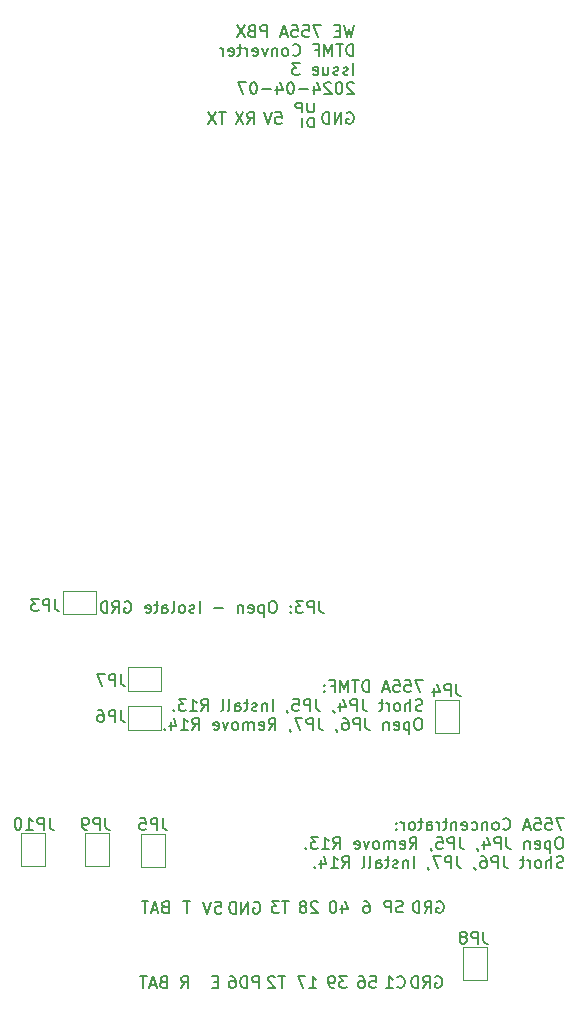
<source format=gbr>
G04 #@! TF.GenerationSoftware,KiCad,Pcbnew,8.0.1*
G04 #@! TF.CreationDate,2024-04-13T23:26:30-07:00*
G04 #@! TF.ProjectId,we755a_dtmf,77653735-3561-45f6-9474-6d662e6b6963,3*
G04 #@! TF.SameCoordinates,Original*
G04 #@! TF.FileFunction,Legend,Bot*
G04 #@! TF.FilePolarity,Positive*
%FSLAX46Y46*%
G04 Gerber Fmt 4.6, Leading zero omitted, Abs format (unit mm)*
G04 Created by KiCad (PCBNEW 8.0.1) date 2024-04-13 23:26:30*
%MOMM*%
%LPD*%
G01*
G04 APERTURE LIST*
%ADD10C,0.150000*%
%ADD11C,0.200000*%
%ADD12C,0.120000*%
G04 APERTURE END LIST*
D10*
X136797077Y-62472819D02*
X136225649Y-62472819D01*
X136511363Y-63472819D02*
X136511363Y-62472819D01*
X135987553Y-62472819D02*
X135320887Y-63472819D01*
X135320887Y-62472819D02*
X135987553Y-63472819D01*
X135907430Y-129322019D02*
X136383620Y-129322019D01*
X136383620Y-129322019D02*
X136431239Y-129798209D01*
X136431239Y-129798209D02*
X136383620Y-129750590D01*
X136383620Y-129750590D02*
X136288382Y-129702971D01*
X136288382Y-129702971D02*
X136050287Y-129702971D01*
X136050287Y-129702971D02*
X135955049Y-129750590D01*
X135955049Y-129750590D02*
X135907430Y-129798209D01*
X135907430Y-129798209D02*
X135859811Y-129893447D01*
X135859811Y-129893447D02*
X135859811Y-130131542D01*
X135859811Y-130131542D02*
X135907430Y-130226780D01*
X135907430Y-130226780D02*
X135955049Y-130274400D01*
X135955049Y-130274400D02*
X136050287Y-130322019D01*
X136050287Y-130322019D02*
X136288382Y-130322019D01*
X136288382Y-130322019D02*
X136383620Y-130274400D01*
X136383620Y-130274400D02*
X136431239Y-130226780D01*
X135574096Y-129322019D02*
X135240763Y-130322019D01*
X135240763Y-130322019D02*
X134907430Y-129322019D01*
X138622792Y-63472819D02*
X138956125Y-62996628D01*
X139194220Y-63472819D02*
X139194220Y-62472819D01*
X139194220Y-62472819D02*
X138813268Y-62472819D01*
X138813268Y-62472819D02*
X138718030Y-62520438D01*
X138718030Y-62520438D02*
X138670411Y-62568057D01*
X138670411Y-62568057D02*
X138622792Y-62663295D01*
X138622792Y-62663295D02*
X138622792Y-62806152D01*
X138622792Y-62806152D02*
X138670411Y-62901390D01*
X138670411Y-62901390D02*
X138718030Y-62949009D01*
X138718030Y-62949009D02*
X138813268Y-62996628D01*
X138813268Y-62996628D02*
X139194220Y-62996628D01*
X138289458Y-62472819D02*
X137622792Y-63472819D01*
X137622792Y-62472819D02*
X138289458Y-63472819D01*
X131494887Y-136101009D02*
X131352030Y-136148628D01*
X131352030Y-136148628D02*
X131304411Y-136196247D01*
X131304411Y-136196247D02*
X131256792Y-136291485D01*
X131256792Y-136291485D02*
X131256792Y-136434342D01*
X131256792Y-136434342D02*
X131304411Y-136529580D01*
X131304411Y-136529580D02*
X131352030Y-136577200D01*
X131352030Y-136577200D02*
X131447268Y-136624819D01*
X131447268Y-136624819D02*
X131828220Y-136624819D01*
X131828220Y-136624819D02*
X131828220Y-135624819D01*
X131828220Y-135624819D02*
X131494887Y-135624819D01*
X131494887Y-135624819D02*
X131399649Y-135672438D01*
X131399649Y-135672438D02*
X131352030Y-135720057D01*
X131352030Y-135720057D02*
X131304411Y-135815295D01*
X131304411Y-135815295D02*
X131304411Y-135910533D01*
X131304411Y-135910533D02*
X131352030Y-136005771D01*
X131352030Y-136005771D02*
X131399649Y-136053390D01*
X131399649Y-136053390D02*
X131494887Y-136101009D01*
X131494887Y-136101009D02*
X131828220Y-136101009D01*
X130875839Y-136339104D02*
X130399649Y-136339104D01*
X130971077Y-136624819D02*
X130637744Y-135624819D01*
X130637744Y-135624819D02*
X130304411Y-136624819D01*
X130113934Y-135624819D02*
X129542506Y-135624819D01*
X129828220Y-136624819D02*
X129828220Y-135624819D01*
X133783277Y-129271219D02*
X133211849Y-129271219D01*
X133497563Y-130271219D02*
X133497563Y-129271219D01*
X144274220Y-61663340D02*
X144274220Y-62310959D01*
X144274220Y-62310959D02*
X144226601Y-62387149D01*
X144226601Y-62387149D02*
X144178982Y-62425245D01*
X144178982Y-62425245D02*
X144083744Y-62463340D01*
X144083744Y-62463340D02*
X143893268Y-62463340D01*
X143893268Y-62463340D02*
X143798030Y-62425245D01*
X143798030Y-62425245D02*
X143750411Y-62387149D01*
X143750411Y-62387149D02*
X143702792Y-62310959D01*
X143702792Y-62310959D02*
X143702792Y-61663340D01*
X143226601Y-62463340D02*
X143226601Y-61663340D01*
X143226601Y-61663340D02*
X142845649Y-61663340D01*
X142845649Y-61663340D02*
X142750411Y-61701435D01*
X142750411Y-61701435D02*
X142702792Y-61739530D01*
X142702792Y-61739530D02*
X142655173Y-61815721D01*
X142655173Y-61815721D02*
X142655173Y-61930006D01*
X142655173Y-61930006D02*
X142702792Y-62006197D01*
X142702792Y-62006197D02*
X142750411Y-62044292D01*
X142750411Y-62044292D02*
X142845649Y-62082387D01*
X142845649Y-62082387D02*
X143226601Y-62082387D01*
X144274220Y-63751295D02*
X144274220Y-62951295D01*
X144274220Y-62951295D02*
X144036125Y-62951295D01*
X144036125Y-62951295D02*
X143893268Y-62989390D01*
X143893268Y-62989390D02*
X143798030Y-63065580D01*
X143798030Y-63065580D02*
X143750411Y-63141771D01*
X143750411Y-63141771D02*
X143702792Y-63294152D01*
X143702792Y-63294152D02*
X143702792Y-63408438D01*
X143702792Y-63408438D02*
X143750411Y-63560819D01*
X143750411Y-63560819D02*
X143798030Y-63637009D01*
X143798030Y-63637009D02*
X143893268Y-63713200D01*
X143893268Y-63713200D02*
X144036125Y-63751295D01*
X144036125Y-63751295D02*
X144274220Y-63751295D01*
X143274220Y-63751295D02*
X143274220Y-62951295D01*
X141004030Y-62472819D02*
X141480220Y-62472819D01*
X141480220Y-62472819D02*
X141527839Y-62949009D01*
X141527839Y-62949009D02*
X141480220Y-62901390D01*
X141480220Y-62901390D02*
X141384982Y-62853771D01*
X141384982Y-62853771D02*
X141146887Y-62853771D01*
X141146887Y-62853771D02*
X141051649Y-62901390D01*
X141051649Y-62901390D02*
X141004030Y-62949009D01*
X141004030Y-62949009D02*
X140956411Y-63044247D01*
X140956411Y-63044247D02*
X140956411Y-63282342D01*
X140956411Y-63282342D02*
X141004030Y-63377580D01*
X141004030Y-63377580D02*
X141051649Y-63425200D01*
X141051649Y-63425200D02*
X141146887Y-63472819D01*
X141146887Y-63472819D02*
X141384982Y-63472819D01*
X141384982Y-63472819D02*
X141480220Y-63425200D01*
X141480220Y-63425200D02*
X141527839Y-63377580D01*
X140670696Y-62472819D02*
X140337363Y-63472819D01*
X140337363Y-63472819D02*
X140004030Y-62472819D01*
X131621887Y-129751009D02*
X131479030Y-129798628D01*
X131479030Y-129798628D02*
X131431411Y-129846247D01*
X131431411Y-129846247D02*
X131383792Y-129941485D01*
X131383792Y-129941485D02*
X131383792Y-130084342D01*
X131383792Y-130084342D02*
X131431411Y-130179580D01*
X131431411Y-130179580D02*
X131479030Y-130227200D01*
X131479030Y-130227200D02*
X131574268Y-130274819D01*
X131574268Y-130274819D02*
X131955220Y-130274819D01*
X131955220Y-130274819D02*
X131955220Y-129274819D01*
X131955220Y-129274819D02*
X131621887Y-129274819D01*
X131621887Y-129274819D02*
X131526649Y-129322438D01*
X131526649Y-129322438D02*
X131479030Y-129370057D01*
X131479030Y-129370057D02*
X131431411Y-129465295D01*
X131431411Y-129465295D02*
X131431411Y-129560533D01*
X131431411Y-129560533D02*
X131479030Y-129655771D01*
X131479030Y-129655771D02*
X131526649Y-129703390D01*
X131526649Y-129703390D02*
X131621887Y-129751009D01*
X131621887Y-129751009D02*
X131955220Y-129751009D01*
X131002839Y-129989104D02*
X130526649Y-129989104D01*
X131098077Y-130274819D02*
X130764744Y-129274819D01*
X130764744Y-129274819D02*
X130431411Y-130274819D01*
X130240934Y-129274819D02*
X129669506Y-129274819D01*
X129955220Y-130274819D02*
X129955220Y-129274819D01*
X141809677Y-135621219D02*
X141238249Y-135621219D01*
X141523963Y-136621219D02*
X141523963Y-135621219D01*
X140952534Y-135716457D02*
X140904915Y-135668838D01*
X140904915Y-135668838D02*
X140809677Y-135621219D01*
X140809677Y-135621219D02*
X140571582Y-135621219D01*
X140571582Y-135621219D02*
X140476344Y-135668838D01*
X140476344Y-135668838D02*
X140428725Y-135716457D01*
X140428725Y-135716457D02*
X140381106Y-135811695D01*
X140381106Y-135811695D02*
X140381106Y-135906933D01*
X140381106Y-135906933D02*
X140428725Y-136049790D01*
X140428725Y-136049790D02*
X141000153Y-136621219D01*
X141000153Y-136621219D02*
X140381106Y-136621219D01*
D11*
X165418564Y-122242331D02*
X164751898Y-122242331D01*
X164751898Y-122242331D02*
X165180469Y-123242331D01*
X163894755Y-122242331D02*
X164370945Y-122242331D01*
X164370945Y-122242331D02*
X164418564Y-122718521D01*
X164418564Y-122718521D02*
X164370945Y-122670902D01*
X164370945Y-122670902D02*
X164275707Y-122623283D01*
X164275707Y-122623283D02*
X164037612Y-122623283D01*
X164037612Y-122623283D02*
X163942374Y-122670902D01*
X163942374Y-122670902D02*
X163894755Y-122718521D01*
X163894755Y-122718521D02*
X163847136Y-122813759D01*
X163847136Y-122813759D02*
X163847136Y-123051854D01*
X163847136Y-123051854D02*
X163894755Y-123147092D01*
X163894755Y-123147092D02*
X163942374Y-123194712D01*
X163942374Y-123194712D02*
X164037612Y-123242331D01*
X164037612Y-123242331D02*
X164275707Y-123242331D01*
X164275707Y-123242331D02*
X164370945Y-123194712D01*
X164370945Y-123194712D02*
X164418564Y-123147092D01*
X162942374Y-122242331D02*
X163418564Y-122242331D01*
X163418564Y-122242331D02*
X163466183Y-122718521D01*
X163466183Y-122718521D02*
X163418564Y-122670902D01*
X163418564Y-122670902D02*
X163323326Y-122623283D01*
X163323326Y-122623283D02*
X163085231Y-122623283D01*
X163085231Y-122623283D02*
X162989993Y-122670902D01*
X162989993Y-122670902D02*
X162942374Y-122718521D01*
X162942374Y-122718521D02*
X162894755Y-122813759D01*
X162894755Y-122813759D02*
X162894755Y-123051854D01*
X162894755Y-123051854D02*
X162942374Y-123147092D01*
X162942374Y-123147092D02*
X162989993Y-123194712D01*
X162989993Y-123194712D02*
X163085231Y-123242331D01*
X163085231Y-123242331D02*
X163323326Y-123242331D01*
X163323326Y-123242331D02*
X163418564Y-123194712D01*
X163418564Y-123194712D02*
X163466183Y-123147092D01*
X162513802Y-122956616D02*
X162037612Y-122956616D01*
X162609040Y-123242331D02*
X162275707Y-122242331D01*
X162275707Y-122242331D02*
X161942374Y-123242331D01*
X160275707Y-123147092D02*
X160323326Y-123194712D01*
X160323326Y-123194712D02*
X160466183Y-123242331D01*
X160466183Y-123242331D02*
X160561421Y-123242331D01*
X160561421Y-123242331D02*
X160704278Y-123194712D01*
X160704278Y-123194712D02*
X160799516Y-123099473D01*
X160799516Y-123099473D02*
X160847135Y-123004235D01*
X160847135Y-123004235D02*
X160894754Y-122813759D01*
X160894754Y-122813759D02*
X160894754Y-122670902D01*
X160894754Y-122670902D02*
X160847135Y-122480426D01*
X160847135Y-122480426D02*
X160799516Y-122385188D01*
X160799516Y-122385188D02*
X160704278Y-122289950D01*
X160704278Y-122289950D02*
X160561421Y-122242331D01*
X160561421Y-122242331D02*
X160466183Y-122242331D01*
X160466183Y-122242331D02*
X160323326Y-122289950D01*
X160323326Y-122289950D02*
X160275707Y-122337569D01*
X159704278Y-123242331D02*
X159799516Y-123194712D01*
X159799516Y-123194712D02*
X159847135Y-123147092D01*
X159847135Y-123147092D02*
X159894754Y-123051854D01*
X159894754Y-123051854D02*
X159894754Y-122766140D01*
X159894754Y-122766140D02*
X159847135Y-122670902D01*
X159847135Y-122670902D02*
X159799516Y-122623283D01*
X159799516Y-122623283D02*
X159704278Y-122575664D01*
X159704278Y-122575664D02*
X159561421Y-122575664D01*
X159561421Y-122575664D02*
X159466183Y-122623283D01*
X159466183Y-122623283D02*
X159418564Y-122670902D01*
X159418564Y-122670902D02*
X159370945Y-122766140D01*
X159370945Y-122766140D02*
X159370945Y-123051854D01*
X159370945Y-123051854D02*
X159418564Y-123147092D01*
X159418564Y-123147092D02*
X159466183Y-123194712D01*
X159466183Y-123194712D02*
X159561421Y-123242331D01*
X159561421Y-123242331D02*
X159704278Y-123242331D01*
X158942373Y-122575664D02*
X158942373Y-123242331D01*
X158942373Y-122670902D02*
X158894754Y-122623283D01*
X158894754Y-122623283D02*
X158799516Y-122575664D01*
X158799516Y-122575664D02*
X158656659Y-122575664D01*
X158656659Y-122575664D02*
X158561421Y-122623283D01*
X158561421Y-122623283D02*
X158513802Y-122718521D01*
X158513802Y-122718521D02*
X158513802Y-123242331D01*
X157609040Y-123194712D02*
X157704278Y-123242331D01*
X157704278Y-123242331D02*
X157894754Y-123242331D01*
X157894754Y-123242331D02*
X157989992Y-123194712D01*
X157989992Y-123194712D02*
X158037611Y-123147092D01*
X158037611Y-123147092D02*
X158085230Y-123051854D01*
X158085230Y-123051854D02*
X158085230Y-122766140D01*
X158085230Y-122766140D02*
X158037611Y-122670902D01*
X158037611Y-122670902D02*
X157989992Y-122623283D01*
X157989992Y-122623283D02*
X157894754Y-122575664D01*
X157894754Y-122575664D02*
X157704278Y-122575664D01*
X157704278Y-122575664D02*
X157609040Y-122623283D01*
X156799516Y-123194712D02*
X156894754Y-123242331D01*
X156894754Y-123242331D02*
X157085230Y-123242331D01*
X157085230Y-123242331D02*
X157180468Y-123194712D01*
X157180468Y-123194712D02*
X157228087Y-123099473D01*
X157228087Y-123099473D02*
X157228087Y-122718521D01*
X157228087Y-122718521D02*
X157180468Y-122623283D01*
X157180468Y-122623283D02*
X157085230Y-122575664D01*
X157085230Y-122575664D02*
X156894754Y-122575664D01*
X156894754Y-122575664D02*
X156799516Y-122623283D01*
X156799516Y-122623283D02*
X156751897Y-122718521D01*
X156751897Y-122718521D02*
X156751897Y-122813759D01*
X156751897Y-122813759D02*
X157228087Y-122908997D01*
X156323325Y-122575664D02*
X156323325Y-123242331D01*
X156323325Y-122670902D02*
X156275706Y-122623283D01*
X156275706Y-122623283D02*
X156180468Y-122575664D01*
X156180468Y-122575664D02*
X156037611Y-122575664D01*
X156037611Y-122575664D02*
X155942373Y-122623283D01*
X155942373Y-122623283D02*
X155894754Y-122718521D01*
X155894754Y-122718521D02*
X155894754Y-123242331D01*
X155561420Y-122575664D02*
X155180468Y-122575664D01*
X155418563Y-122242331D02*
X155418563Y-123099473D01*
X155418563Y-123099473D02*
X155370944Y-123194712D01*
X155370944Y-123194712D02*
X155275706Y-123242331D01*
X155275706Y-123242331D02*
X155180468Y-123242331D01*
X154847134Y-123242331D02*
X154847134Y-122575664D01*
X154847134Y-122766140D02*
X154799515Y-122670902D01*
X154799515Y-122670902D02*
X154751896Y-122623283D01*
X154751896Y-122623283D02*
X154656658Y-122575664D01*
X154656658Y-122575664D02*
X154561420Y-122575664D01*
X153799515Y-123242331D02*
X153799515Y-122718521D01*
X153799515Y-122718521D02*
X153847134Y-122623283D01*
X153847134Y-122623283D02*
X153942372Y-122575664D01*
X153942372Y-122575664D02*
X154132848Y-122575664D01*
X154132848Y-122575664D02*
X154228086Y-122623283D01*
X153799515Y-123194712D02*
X153894753Y-123242331D01*
X153894753Y-123242331D02*
X154132848Y-123242331D01*
X154132848Y-123242331D02*
X154228086Y-123194712D01*
X154228086Y-123194712D02*
X154275705Y-123099473D01*
X154275705Y-123099473D02*
X154275705Y-123004235D01*
X154275705Y-123004235D02*
X154228086Y-122908997D01*
X154228086Y-122908997D02*
X154132848Y-122861378D01*
X154132848Y-122861378D02*
X153894753Y-122861378D01*
X153894753Y-122861378D02*
X153799515Y-122813759D01*
X153466181Y-122575664D02*
X153085229Y-122575664D01*
X153323324Y-122242331D02*
X153323324Y-123099473D01*
X153323324Y-123099473D02*
X153275705Y-123194712D01*
X153275705Y-123194712D02*
X153180467Y-123242331D01*
X153180467Y-123242331D02*
X153085229Y-123242331D01*
X152609038Y-123242331D02*
X152704276Y-123194712D01*
X152704276Y-123194712D02*
X152751895Y-123147092D01*
X152751895Y-123147092D02*
X152799514Y-123051854D01*
X152799514Y-123051854D02*
X152799514Y-122766140D01*
X152799514Y-122766140D02*
X152751895Y-122670902D01*
X152751895Y-122670902D02*
X152704276Y-122623283D01*
X152704276Y-122623283D02*
X152609038Y-122575664D01*
X152609038Y-122575664D02*
X152466181Y-122575664D01*
X152466181Y-122575664D02*
X152370943Y-122623283D01*
X152370943Y-122623283D02*
X152323324Y-122670902D01*
X152323324Y-122670902D02*
X152275705Y-122766140D01*
X152275705Y-122766140D02*
X152275705Y-123051854D01*
X152275705Y-123051854D02*
X152323324Y-123147092D01*
X152323324Y-123147092D02*
X152370943Y-123194712D01*
X152370943Y-123194712D02*
X152466181Y-123242331D01*
X152466181Y-123242331D02*
X152609038Y-123242331D01*
X151847133Y-123242331D02*
X151847133Y-122575664D01*
X151847133Y-122766140D02*
X151799514Y-122670902D01*
X151799514Y-122670902D02*
X151751895Y-122623283D01*
X151751895Y-122623283D02*
X151656657Y-122575664D01*
X151656657Y-122575664D02*
X151561419Y-122575664D01*
X151228085Y-123147092D02*
X151180466Y-123194712D01*
X151180466Y-123194712D02*
X151228085Y-123242331D01*
X151228085Y-123242331D02*
X151275704Y-123194712D01*
X151275704Y-123194712D02*
X151228085Y-123147092D01*
X151228085Y-123147092D02*
X151228085Y-123242331D01*
X151228085Y-122623283D02*
X151180466Y-122670902D01*
X151180466Y-122670902D02*
X151228085Y-122718521D01*
X151228085Y-122718521D02*
X151275704Y-122670902D01*
X151275704Y-122670902D02*
X151228085Y-122623283D01*
X151228085Y-122623283D02*
X151228085Y-122718521D01*
X165132850Y-123852275D02*
X164942374Y-123852275D01*
X164942374Y-123852275D02*
X164847136Y-123899894D01*
X164847136Y-123899894D02*
X164751898Y-123995132D01*
X164751898Y-123995132D02*
X164704279Y-124185608D01*
X164704279Y-124185608D02*
X164704279Y-124518941D01*
X164704279Y-124518941D02*
X164751898Y-124709417D01*
X164751898Y-124709417D02*
X164847136Y-124804656D01*
X164847136Y-124804656D02*
X164942374Y-124852275D01*
X164942374Y-124852275D02*
X165132850Y-124852275D01*
X165132850Y-124852275D02*
X165228088Y-124804656D01*
X165228088Y-124804656D02*
X165323326Y-124709417D01*
X165323326Y-124709417D02*
X165370945Y-124518941D01*
X165370945Y-124518941D02*
X165370945Y-124185608D01*
X165370945Y-124185608D02*
X165323326Y-123995132D01*
X165323326Y-123995132D02*
X165228088Y-123899894D01*
X165228088Y-123899894D02*
X165132850Y-123852275D01*
X164275707Y-124185608D02*
X164275707Y-125185608D01*
X164275707Y-124233227D02*
X164180469Y-124185608D01*
X164180469Y-124185608D02*
X163989993Y-124185608D01*
X163989993Y-124185608D02*
X163894755Y-124233227D01*
X163894755Y-124233227D02*
X163847136Y-124280846D01*
X163847136Y-124280846D02*
X163799517Y-124376084D01*
X163799517Y-124376084D02*
X163799517Y-124661798D01*
X163799517Y-124661798D02*
X163847136Y-124757036D01*
X163847136Y-124757036D02*
X163894755Y-124804656D01*
X163894755Y-124804656D02*
X163989993Y-124852275D01*
X163989993Y-124852275D02*
X164180469Y-124852275D01*
X164180469Y-124852275D02*
X164275707Y-124804656D01*
X162989993Y-124804656D02*
X163085231Y-124852275D01*
X163085231Y-124852275D02*
X163275707Y-124852275D01*
X163275707Y-124852275D02*
X163370945Y-124804656D01*
X163370945Y-124804656D02*
X163418564Y-124709417D01*
X163418564Y-124709417D02*
X163418564Y-124328465D01*
X163418564Y-124328465D02*
X163370945Y-124233227D01*
X163370945Y-124233227D02*
X163275707Y-124185608D01*
X163275707Y-124185608D02*
X163085231Y-124185608D01*
X163085231Y-124185608D02*
X162989993Y-124233227D01*
X162989993Y-124233227D02*
X162942374Y-124328465D01*
X162942374Y-124328465D02*
X162942374Y-124423703D01*
X162942374Y-124423703D02*
X163418564Y-124518941D01*
X162513802Y-124185608D02*
X162513802Y-124852275D01*
X162513802Y-124280846D02*
X162466183Y-124233227D01*
X162466183Y-124233227D02*
X162370945Y-124185608D01*
X162370945Y-124185608D02*
X162228088Y-124185608D01*
X162228088Y-124185608D02*
X162132850Y-124233227D01*
X162132850Y-124233227D02*
X162085231Y-124328465D01*
X162085231Y-124328465D02*
X162085231Y-124852275D01*
X160561421Y-123852275D02*
X160561421Y-124566560D01*
X160561421Y-124566560D02*
X160609040Y-124709417D01*
X160609040Y-124709417D02*
X160704278Y-124804656D01*
X160704278Y-124804656D02*
X160847135Y-124852275D01*
X160847135Y-124852275D02*
X160942373Y-124852275D01*
X160085230Y-124852275D02*
X160085230Y-123852275D01*
X160085230Y-123852275D02*
X159704278Y-123852275D01*
X159704278Y-123852275D02*
X159609040Y-123899894D01*
X159609040Y-123899894D02*
X159561421Y-123947513D01*
X159561421Y-123947513D02*
X159513802Y-124042751D01*
X159513802Y-124042751D02*
X159513802Y-124185608D01*
X159513802Y-124185608D02*
X159561421Y-124280846D01*
X159561421Y-124280846D02*
X159609040Y-124328465D01*
X159609040Y-124328465D02*
X159704278Y-124376084D01*
X159704278Y-124376084D02*
X160085230Y-124376084D01*
X158656659Y-124185608D02*
X158656659Y-124852275D01*
X158894754Y-123804656D02*
X159132849Y-124518941D01*
X159132849Y-124518941D02*
X158513802Y-124518941D01*
X158085230Y-124804656D02*
X158085230Y-124852275D01*
X158085230Y-124852275D02*
X158132849Y-124947513D01*
X158132849Y-124947513D02*
X158180468Y-124995132D01*
X156609040Y-123852275D02*
X156609040Y-124566560D01*
X156609040Y-124566560D02*
X156656659Y-124709417D01*
X156656659Y-124709417D02*
X156751897Y-124804656D01*
X156751897Y-124804656D02*
X156894754Y-124852275D01*
X156894754Y-124852275D02*
X156989992Y-124852275D01*
X156132849Y-124852275D02*
X156132849Y-123852275D01*
X156132849Y-123852275D02*
X155751897Y-123852275D01*
X155751897Y-123852275D02*
X155656659Y-123899894D01*
X155656659Y-123899894D02*
X155609040Y-123947513D01*
X155609040Y-123947513D02*
X155561421Y-124042751D01*
X155561421Y-124042751D02*
X155561421Y-124185608D01*
X155561421Y-124185608D02*
X155609040Y-124280846D01*
X155609040Y-124280846D02*
X155656659Y-124328465D01*
X155656659Y-124328465D02*
X155751897Y-124376084D01*
X155751897Y-124376084D02*
X156132849Y-124376084D01*
X154656659Y-123852275D02*
X155132849Y-123852275D01*
X155132849Y-123852275D02*
X155180468Y-124328465D01*
X155180468Y-124328465D02*
X155132849Y-124280846D01*
X155132849Y-124280846D02*
X155037611Y-124233227D01*
X155037611Y-124233227D02*
X154799516Y-124233227D01*
X154799516Y-124233227D02*
X154704278Y-124280846D01*
X154704278Y-124280846D02*
X154656659Y-124328465D01*
X154656659Y-124328465D02*
X154609040Y-124423703D01*
X154609040Y-124423703D02*
X154609040Y-124661798D01*
X154609040Y-124661798D02*
X154656659Y-124757036D01*
X154656659Y-124757036D02*
X154704278Y-124804656D01*
X154704278Y-124804656D02*
X154799516Y-124852275D01*
X154799516Y-124852275D02*
X155037611Y-124852275D01*
X155037611Y-124852275D02*
X155132849Y-124804656D01*
X155132849Y-124804656D02*
X155180468Y-124757036D01*
X154132849Y-124804656D02*
X154132849Y-124852275D01*
X154132849Y-124852275D02*
X154180468Y-124947513D01*
X154180468Y-124947513D02*
X154228087Y-124995132D01*
X152370945Y-124852275D02*
X152704278Y-124376084D01*
X152942373Y-124852275D02*
X152942373Y-123852275D01*
X152942373Y-123852275D02*
X152561421Y-123852275D01*
X152561421Y-123852275D02*
X152466183Y-123899894D01*
X152466183Y-123899894D02*
X152418564Y-123947513D01*
X152418564Y-123947513D02*
X152370945Y-124042751D01*
X152370945Y-124042751D02*
X152370945Y-124185608D01*
X152370945Y-124185608D02*
X152418564Y-124280846D01*
X152418564Y-124280846D02*
X152466183Y-124328465D01*
X152466183Y-124328465D02*
X152561421Y-124376084D01*
X152561421Y-124376084D02*
X152942373Y-124376084D01*
X151561421Y-124804656D02*
X151656659Y-124852275D01*
X151656659Y-124852275D02*
X151847135Y-124852275D01*
X151847135Y-124852275D02*
X151942373Y-124804656D01*
X151942373Y-124804656D02*
X151989992Y-124709417D01*
X151989992Y-124709417D02*
X151989992Y-124328465D01*
X151989992Y-124328465D02*
X151942373Y-124233227D01*
X151942373Y-124233227D02*
X151847135Y-124185608D01*
X151847135Y-124185608D02*
X151656659Y-124185608D01*
X151656659Y-124185608D02*
X151561421Y-124233227D01*
X151561421Y-124233227D02*
X151513802Y-124328465D01*
X151513802Y-124328465D02*
X151513802Y-124423703D01*
X151513802Y-124423703D02*
X151989992Y-124518941D01*
X151085230Y-124852275D02*
X151085230Y-124185608D01*
X151085230Y-124280846D02*
X151037611Y-124233227D01*
X151037611Y-124233227D02*
X150942373Y-124185608D01*
X150942373Y-124185608D02*
X150799516Y-124185608D01*
X150799516Y-124185608D02*
X150704278Y-124233227D01*
X150704278Y-124233227D02*
X150656659Y-124328465D01*
X150656659Y-124328465D02*
X150656659Y-124852275D01*
X150656659Y-124328465D02*
X150609040Y-124233227D01*
X150609040Y-124233227D02*
X150513802Y-124185608D01*
X150513802Y-124185608D02*
X150370945Y-124185608D01*
X150370945Y-124185608D02*
X150275706Y-124233227D01*
X150275706Y-124233227D02*
X150228087Y-124328465D01*
X150228087Y-124328465D02*
X150228087Y-124852275D01*
X149609040Y-124852275D02*
X149704278Y-124804656D01*
X149704278Y-124804656D02*
X149751897Y-124757036D01*
X149751897Y-124757036D02*
X149799516Y-124661798D01*
X149799516Y-124661798D02*
X149799516Y-124376084D01*
X149799516Y-124376084D02*
X149751897Y-124280846D01*
X149751897Y-124280846D02*
X149704278Y-124233227D01*
X149704278Y-124233227D02*
X149609040Y-124185608D01*
X149609040Y-124185608D02*
X149466183Y-124185608D01*
X149466183Y-124185608D02*
X149370945Y-124233227D01*
X149370945Y-124233227D02*
X149323326Y-124280846D01*
X149323326Y-124280846D02*
X149275707Y-124376084D01*
X149275707Y-124376084D02*
X149275707Y-124661798D01*
X149275707Y-124661798D02*
X149323326Y-124757036D01*
X149323326Y-124757036D02*
X149370945Y-124804656D01*
X149370945Y-124804656D02*
X149466183Y-124852275D01*
X149466183Y-124852275D02*
X149609040Y-124852275D01*
X148942373Y-124185608D02*
X148704278Y-124852275D01*
X148704278Y-124852275D02*
X148466183Y-124185608D01*
X147704278Y-124804656D02*
X147799516Y-124852275D01*
X147799516Y-124852275D02*
X147989992Y-124852275D01*
X147989992Y-124852275D02*
X148085230Y-124804656D01*
X148085230Y-124804656D02*
X148132849Y-124709417D01*
X148132849Y-124709417D02*
X148132849Y-124328465D01*
X148132849Y-124328465D02*
X148085230Y-124233227D01*
X148085230Y-124233227D02*
X147989992Y-124185608D01*
X147989992Y-124185608D02*
X147799516Y-124185608D01*
X147799516Y-124185608D02*
X147704278Y-124233227D01*
X147704278Y-124233227D02*
X147656659Y-124328465D01*
X147656659Y-124328465D02*
X147656659Y-124423703D01*
X147656659Y-124423703D02*
X148132849Y-124518941D01*
X145894754Y-124852275D02*
X146228087Y-124376084D01*
X146466182Y-124852275D02*
X146466182Y-123852275D01*
X146466182Y-123852275D02*
X146085230Y-123852275D01*
X146085230Y-123852275D02*
X145989992Y-123899894D01*
X145989992Y-123899894D02*
X145942373Y-123947513D01*
X145942373Y-123947513D02*
X145894754Y-124042751D01*
X145894754Y-124042751D02*
X145894754Y-124185608D01*
X145894754Y-124185608D02*
X145942373Y-124280846D01*
X145942373Y-124280846D02*
X145989992Y-124328465D01*
X145989992Y-124328465D02*
X146085230Y-124376084D01*
X146085230Y-124376084D02*
X146466182Y-124376084D01*
X144942373Y-124852275D02*
X145513801Y-124852275D01*
X145228087Y-124852275D02*
X145228087Y-123852275D01*
X145228087Y-123852275D02*
X145323325Y-123995132D01*
X145323325Y-123995132D02*
X145418563Y-124090370D01*
X145418563Y-124090370D02*
X145513801Y-124137989D01*
X144609039Y-123852275D02*
X143989992Y-123852275D01*
X143989992Y-123852275D02*
X144323325Y-124233227D01*
X144323325Y-124233227D02*
X144180468Y-124233227D01*
X144180468Y-124233227D02*
X144085230Y-124280846D01*
X144085230Y-124280846D02*
X144037611Y-124328465D01*
X144037611Y-124328465D02*
X143989992Y-124423703D01*
X143989992Y-124423703D02*
X143989992Y-124661798D01*
X143989992Y-124661798D02*
X144037611Y-124757036D01*
X144037611Y-124757036D02*
X144085230Y-124804656D01*
X144085230Y-124804656D02*
X144180468Y-124852275D01*
X144180468Y-124852275D02*
X144466182Y-124852275D01*
X144466182Y-124852275D02*
X144561420Y-124804656D01*
X144561420Y-124804656D02*
X144609039Y-124757036D01*
X143561420Y-124757036D02*
X143513801Y-124804656D01*
X143513801Y-124804656D02*
X143561420Y-124852275D01*
X143561420Y-124852275D02*
X143609039Y-124804656D01*
X143609039Y-124804656D02*
X143561420Y-124757036D01*
X143561420Y-124757036D02*
X143561420Y-124852275D01*
X165370945Y-126414600D02*
X165228088Y-126462219D01*
X165228088Y-126462219D02*
X164989993Y-126462219D01*
X164989993Y-126462219D02*
X164894755Y-126414600D01*
X164894755Y-126414600D02*
X164847136Y-126366980D01*
X164847136Y-126366980D02*
X164799517Y-126271742D01*
X164799517Y-126271742D02*
X164799517Y-126176504D01*
X164799517Y-126176504D02*
X164847136Y-126081266D01*
X164847136Y-126081266D02*
X164894755Y-126033647D01*
X164894755Y-126033647D02*
X164989993Y-125986028D01*
X164989993Y-125986028D02*
X165180469Y-125938409D01*
X165180469Y-125938409D02*
X165275707Y-125890790D01*
X165275707Y-125890790D02*
X165323326Y-125843171D01*
X165323326Y-125843171D02*
X165370945Y-125747933D01*
X165370945Y-125747933D02*
X165370945Y-125652695D01*
X165370945Y-125652695D02*
X165323326Y-125557457D01*
X165323326Y-125557457D02*
X165275707Y-125509838D01*
X165275707Y-125509838D02*
X165180469Y-125462219D01*
X165180469Y-125462219D02*
X164942374Y-125462219D01*
X164942374Y-125462219D02*
X164799517Y-125509838D01*
X164370945Y-126462219D02*
X164370945Y-125462219D01*
X163942374Y-126462219D02*
X163942374Y-125938409D01*
X163942374Y-125938409D02*
X163989993Y-125843171D01*
X163989993Y-125843171D02*
X164085231Y-125795552D01*
X164085231Y-125795552D02*
X164228088Y-125795552D01*
X164228088Y-125795552D02*
X164323326Y-125843171D01*
X164323326Y-125843171D02*
X164370945Y-125890790D01*
X163323326Y-126462219D02*
X163418564Y-126414600D01*
X163418564Y-126414600D02*
X163466183Y-126366980D01*
X163466183Y-126366980D02*
X163513802Y-126271742D01*
X163513802Y-126271742D02*
X163513802Y-125986028D01*
X163513802Y-125986028D02*
X163466183Y-125890790D01*
X163466183Y-125890790D02*
X163418564Y-125843171D01*
X163418564Y-125843171D02*
X163323326Y-125795552D01*
X163323326Y-125795552D02*
X163180469Y-125795552D01*
X163180469Y-125795552D02*
X163085231Y-125843171D01*
X163085231Y-125843171D02*
X163037612Y-125890790D01*
X163037612Y-125890790D02*
X162989993Y-125986028D01*
X162989993Y-125986028D02*
X162989993Y-126271742D01*
X162989993Y-126271742D02*
X163037612Y-126366980D01*
X163037612Y-126366980D02*
X163085231Y-126414600D01*
X163085231Y-126414600D02*
X163180469Y-126462219D01*
X163180469Y-126462219D02*
X163323326Y-126462219D01*
X162561421Y-126462219D02*
X162561421Y-125795552D01*
X162561421Y-125986028D02*
X162513802Y-125890790D01*
X162513802Y-125890790D02*
X162466183Y-125843171D01*
X162466183Y-125843171D02*
X162370945Y-125795552D01*
X162370945Y-125795552D02*
X162275707Y-125795552D01*
X162085230Y-125795552D02*
X161704278Y-125795552D01*
X161942373Y-125462219D02*
X161942373Y-126319361D01*
X161942373Y-126319361D02*
X161894754Y-126414600D01*
X161894754Y-126414600D02*
X161799516Y-126462219D01*
X161799516Y-126462219D02*
X161704278Y-126462219D01*
X160323325Y-125462219D02*
X160323325Y-126176504D01*
X160323325Y-126176504D02*
X160370944Y-126319361D01*
X160370944Y-126319361D02*
X160466182Y-126414600D01*
X160466182Y-126414600D02*
X160609039Y-126462219D01*
X160609039Y-126462219D02*
X160704277Y-126462219D01*
X159847134Y-126462219D02*
X159847134Y-125462219D01*
X159847134Y-125462219D02*
X159466182Y-125462219D01*
X159466182Y-125462219D02*
X159370944Y-125509838D01*
X159370944Y-125509838D02*
X159323325Y-125557457D01*
X159323325Y-125557457D02*
X159275706Y-125652695D01*
X159275706Y-125652695D02*
X159275706Y-125795552D01*
X159275706Y-125795552D02*
X159323325Y-125890790D01*
X159323325Y-125890790D02*
X159370944Y-125938409D01*
X159370944Y-125938409D02*
X159466182Y-125986028D01*
X159466182Y-125986028D02*
X159847134Y-125986028D01*
X158418563Y-125462219D02*
X158609039Y-125462219D01*
X158609039Y-125462219D02*
X158704277Y-125509838D01*
X158704277Y-125509838D02*
X158751896Y-125557457D01*
X158751896Y-125557457D02*
X158847134Y-125700314D01*
X158847134Y-125700314D02*
X158894753Y-125890790D01*
X158894753Y-125890790D02*
X158894753Y-126271742D01*
X158894753Y-126271742D02*
X158847134Y-126366980D01*
X158847134Y-126366980D02*
X158799515Y-126414600D01*
X158799515Y-126414600D02*
X158704277Y-126462219D01*
X158704277Y-126462219D02*
X158513801Y-126462219D01*
X158513801Y-126462219D02*
X158418563Y-126414600D01*
X158418563Y-126414600D02*
X158370944Y-126366980D01*
X158370944Y-126366980D02*
X158323325Y-126271742D01*
X158323325Y-126271742D02*
X158323325Y-126033647D01*
X158323325Y-126033647D02*
X158370944Y-125938409D01*
X158370944Y-125938409D02*
X158418563Y-125890790D01*
X158418563Y-125890790D02*
X158513801Y-125843171D01*
X158513801Y-125843171D02*
X158704277Y-125843171D01*
X158704277Y-125843171D02*
X158799515Y-125890790D01*
X158799515Y-125890790D02*
X158847134Y-125938409D01*
X158847134Y-125938409D02*
X158894753Y-126033647D01*
X157847134Y-126414600D02*
X157847134Y-126462219D01*
X157847134Y-126462219D02*
X157894753Y-126557457D01*
X157894753Y-126557457D02*
X157942372Y-126605076D01*
X156370944Y-125462219D02*
X156370944Y-126176504D01*
X156370944Y-126176504D02*
X156418563Y-126319361D01*
X156418563Y-126319361D02*
X156513801Y-126414600D01*
X156513801Y-126414600D02*
X156656658Y-126462219D01*
X156656658Y-126462219D02*
X156751896Y-126462219D01*
X155894753Y-126462219D02*
X155894753Y-125462219D01*
X155894753Y-125462219D02*
X155513801Y-125462219D01*
X155513801Y-125462219D02*
X155418563Y-125509838D01*
X155418563Y-125509838D02*
X155370944Y-125557457D01*
X155370944Y-125557457D02*
X155323325Y-125652695D01*
X155323325Y-125652695D02*
X155323325Y-125795552D01*
X155323325Y-125795552D02*
X155370944Y-125890790D01*
X155370944Y-125890790D02*
X155418563Y-125938409D01*
X155418563Y-125938409D02*
X155513801Y-125986028D01*
X155513801Y-125986028D02*
X155894753Y-125986028D01*
X154989991Y-125462219D02*
X154323325Y-125462219D01*
X154323325Y-125462219D02*
X154751896Y-126462219D01*
X153894753Y-126414600D02*
X153894753Y-126462219D01*
X153894753Y-126462219D02*
X153942372Y-126557457D01*
X153942372Y-126557457D02*
X153989991Y-126605076D01*
X152704277Y-126462219D02*
X152704277Y-125462219D01*
X152228087Y-125795552D02*
X152228087Y-126462219D01*
X152228087Y-125890790D02*
X152180468Y-125843171D01*
X152180468Y-125843171D02*
X152085230Y-125795552D01*
X152085230Y-125795552D02*
X151942373Y-125795552D01*
X151942373Y-125795552D02*
X151847135Y-125843171D01*
X151847135Y-125843171D02*
X151799516Y-125938409D01*
X151799516Y-125938409D02*
X151799516Y-126462219D01*
X151370944Y-126414600D02*
X151275706Y-126462219D01*
X151275706Y-126462219D02*
X151085230Y-126462219D01*
X151085230Y-126462219D02*
X150989992Y-126414600D01*
X150989992Y-126414600D02*
X150942373Y-126319361D01*
X150942373Y-126319361D02*
X150942373Y-126271742D01*
X150942373Y-126271742D02*
X150989992Y-126176504D01*
X150989992Y-126176504D02*
X151085230Y-126128885D01*
X151085230Y-126128885D02*
X151228087Y-126128885D01*
X151228087Y-126128885D02*
X151323325Y-126081266D01*
X151323325Y-126081266D02*
X151370944Y-125986028D01*
X151370944Y-125986028D02*
X151370944Y-125938409D01*
X151370944Y-125938409D02*
X151323325Y-125843171D01*
X151323325Y-125843171D02*
X151228087Y-125795552D01*
X151228087Y-125795552D02*
X151085230Y-125795552D01*
X151085230Y-125795552D02*
X150989992Y-125843171D01*
X150656658Y-125795552D02*
X150275706Y-125795552D01*
X150513801Y-125462219D02*
X150513801Y-126319361D01*
X150513801Y-126319361D02*
X150466182Y-126414600D01*
X150466182Y-126414600D02*
X150370944Y-126462219D01*
X150370944Y-126462219D02*
X150275706Y-126462219D01*
X149513801Y-126462219D02*
X149513801Y-125938409D01*
X149513801Y-125938409D02*
X149561420Y-125843171D01*
X149561420Y-125843171D02*
X149656658Y-125795552D01*
X149656658Y-125795552D02*
X149847134Y-125795552D01*
X149847134Y-125795552D02*
X149942372Y-125843171D01*
X149513801Y-126414600D02*
X149609039Y-126462219D01*
X149609039Y-126462219D02*
X149847134Y-126462219D01*
X149847134Y-126462219D02*
X149942372Y-126414600D01*
X149942372Y-126414600D02*
X149989991Y-126319361D01*
X149989991Y-126319361D02*
X149989991Y-126224123D01*
X149989991Y-126224123D02*
X149942372Y-126128885D01*
X149942372Y-126128885D02*
X149847134Y-126081266D01*
X149847134Y-126081266D02*
X149609039Y-126081266D01*
X149609039Y-126081266D02*
X149513801Y-126033647D01*
X148894753Y-126462219D02*
X148989991Y-126414600D01*
X148989991Y-126414600D02*
X149037610Y-126319361D01*
X149037610Y-126319361D02*
X149037610Y-125462219D01*
X148370943Y-126462219D02*
X148466181Y-126414600D01*
X148466181Y-126414600D02*
X148513800Y-126319361D01*
X148513800Y-126319361D02*
X148513800Y-125462219D01*
X146656657Y-126462219D02*
X146989990Y-125986028D01*
X147228085Y-126462219D02*
X147228085Y-125462219D01*
X147228085Y-125462219D02*
X146847133Y-125462219D01*
X146847133Y-125462219D02*
X146751895Y-125509838D01*
X146751895Y-125509838D02*
X146704276Y-125557457D01*
X146704276Y-125557457D02*
X146656657Y-125652695D01*
X146656657Y-125652695D02*
X146656657Y-125795552D01*
X146656657Y-125795552D02*
X146704276Y-125890790D01*
X146704276Y-125890790D02*
X146751895Y-125938409D01*
X146751895Y-125938409D02*
X146847133Y-125986028D01*
X146847133Y-125986028D02*
X147228085Y-125986028D01*
X145704276Y-126462219D02*
X146275704Y-126462219D01*
X145989990Y-126462219D02*
X145989990Y-125462219D01*
X145989990Y-125462219D02*
X146085228Y-125605076D01*
X146085228Y-125605076D02*
X146180466Y-125700314D01*
X146180466Y-125700314D02*
X146275704Y-125747933D01*
X144847133Y-125795552D02*
X144847133Y-126462219D01*
X145085228Y-125414600D02*
X145323323Y-126128885D01*
X145323323Y-126128885D02*
X144704276Y-126128885D01*
X144323323Y-126366980D02*
X144275704Y-126414600D01*
X144275704Y-126414600D02*
X144323323Y-126462219D01*
X144323323Y-126462219D02*
X144370942Y-126414600D01*
X144370942Y-126414600D02*
X144323323Y-126366980D01*
X144323323Y-126366980D02*
X144323323Y-126462219D01*
D10*
X154672411Y-129322438D02*
X154767649Y-129274819D01*
X154767649Y-129274819D02*
X154910506Y-129274819D01*
X154910506Y-129274819D02*
X155053363Y-129322438D01*
X155053363Y-129322438D02*
X155148601Y-129417676D01*
X155148601Y-129417676D02*
X155196220Y-129512914D01*
X155196220Y-129512914D02*
X155243839Y-129703390D01*
X155243839Y-129703390D02*
X155243839Y-129846247D01*
X155243839Y-129846247D02*
X155196220Y-130036723D01*
X155196220Y-130036723D02*
X155148601Y-130131961D01*
X155148601Y-130131961D02*
X155053363Y-130227200D01*
X155053363Y-130227200D02*
X154910506Y-130274819D01*
X154910506Y-130274819D02*
X154815268Y-130274819D01*
X154815268Y-130274819D02*
X154672411Y-130227200D01*
X154672411Y-130227200D02*
X154624792Y-130179580D01*
X154624792Y-130179580D02*
X154624792Y-129846247D01*
X154624792Y-129846247D02*
X154815268Y-129846247D01*
X153624792Y-130274819D02*
X153958125Y-129798628D01*
X154196220Y-130274819D02*
X154196220Y-129274819D01*
X154196220Y-129274819D02*
X153815268Y-129274819D01*
X153815268Y-129274819D02*
X153720030Y-129322438D01*
X153720030Y-129322438D02*
X153672411Y-129370057D01*
X153672411Y-129370057D02*
X153624792Y-129465295D01*
X153624792Y-129465295D02*
X153624792Y-129608152D01*
X153624792Y-129608152D02*
X153672411Y-129703390D01*
X153672411Y-129703390D02*
X153720030Y-129751009D01*
X153720030Y-129751009D02*
X153815268Y-129798628D01*
X153815268Y-129798628D02*
X154196220Y-129798628D01*
X153196220Y-130274819D02*
X153196220Y-129274819D01*
X153196220Y-129274819D02*
X152958125Y-129274819D01*
X152958125Y-129274819D02*
X152815268Y-129322438D01*
X152815268Y-129322438D02*
X152720030Y-129417676D01*
X152720030Y-129417676D02*
X152672411Y-129512914D01*
X152672411Y-129512914D02*
X152624792Y-129703390D01*
X152624792Y-129703390D02*
X152624792Y-129846247D01*
X152624792Y-129846247D02*
X152672411Y-130036723D01*
X152672411Y-130036723D02*
X152720030Y-130131961D01*
X152720030Y-130131961D02*
X152815268Y-130227200D01*
X152815268Y-130227200D02*
X152958125Y-130274819D01*
X152958125Y-130274819D02*
X153196220Y-130274819D01*
D11*
X144717612Y-103872219D02*
X144717612Y-104586504D01*
X144717612Y-104586504D02*
X144765231Y-104729361D01*
X144765231Y-104729361D02*
X144860469Y-104824600D01*
X144860469Y-104824600D02*
X145003326Y-104872219D01*
X145003326Y-104872219D02*
X145098564Y-104872219D01*
X144241421Y-104872219D02*
X144241421Y-103872219D01*
X144241421Y-103872219D02*
X143860469Y-103872219D01*
X143860469Y-103872219D02*
X143765231Y-103919838D01*
X143765231Y-103919838D02*
X143717612Y-103967457D01*
X143717612Y-103967457D02*
X143669993Y-104062695D01*
X143669993Y-104062695D02*
X143669993Y-104205552D01*
X143669993Y-104205552D02*
X143717612Y-104300790D01*
X143717612Y-104300790D02*
X143765231Y-104348409D01*
X143765231Y-104348409D02*
X143860469Y-104396028D01*
X143860469Y-104396028D02*
X144241421Y-104396028D01*
X143336659Y-103872219D02*
X142717612Y-103872219D01*
X142717612Y-103872219D02*
X143050945Y-104253171D01*
X143050945Y-104253171D02*
X142908088Y-104253171D01*
X142908088Y-104253171D02*
X142812850Y-104300790D01*
X142812850Y-104300790D02*
X142765231Y-104348409D01*
X142765231Y-104348409D02*
X142717612Y-104443647D01*
X142717612Y-104443647D02*
X142717612Y-104681742D01*
X142717612Y-104681742D02*
X142765231Y-104776980D01*
X142765231Y-104776980D02*
X142812850Y-104824600D01*
X142812850Y-104824600D02*
X142908088Y-104872219D01*
X142908088Y-104872219D02*
X143193802Y-104872219D01*
X143193802Y-104872219D02*
X143289040Y-104824600D01*
X143289040Y-104824600D02*
X143336659Y-104776980D01*
X142289040Y-104776980D02*
X142241421Y-104824600D01*
X142241421Y-104824600D02*
X142289040Y-104872219D01*
X142289040Y-104872219D02*
X142336659Y-104824600D01*
X142336659Y-104824600D02*
X142289040Y-104776980D01*
X142289040Y-104776980D02*
X142289040Y-104872219D01*
X142289040Y-104253171D02*
X142241421Y-104300790D01*
X142241421Y-104300790D02*
X142289040Y-104348409D01*
X142289040Y-104348409D02*
X142336659Y-104300790D01*
X142336659Y-104300790D02*
X142289040Y-104253171D01*
X142289040Y-104253171D02*
X142289040Y-104348409D01*
X140860469Y-103872219D02*
X140669993Y-103872219D01*
X140669993Y-103872219D02*
X140574755Y-103919838D01*
X140574755Y-103919838D02*
X140479517Y-104015076D01*
X140479517Y-104015076D02*
X140431898Y-104205552D01*
X140431898Y-104205552D02*
X140431898Y-104538885D01*
X140431898Y-104538885D02*
X140479517Y-104729361D01*
X140479517Y-104729361D02*
X140574755Y-104824600D01*
X140574755Y-104824600D02*
X140669993Y-104872219D01*
X140669993Y-104872219D02*
X140860469Y-104872219D01*
X140860469Y-104872219D02*
X140955707Y-104824600D01*
X140955707Y-104824600D02*
X141050945Y-104729361D01*
X141050945Y-104729361D02*
X141098564Y-104538885D01*
X141098564Y-104538885D02*
X141098564Y-104205552D01*
X141098564Y-104205552D02*
X141050945Y-104015076D01*
X141050945Y-104015076D02*
X140955707Y-103919838D01*
X140955707Y-103919838D02*
X140860469Y-103872219D01*
X140003326Y-104205552D02*
X140003326Y-105205552D01*
X140003326Y-104253171D02*
X139908088Y-104205552D01*
X139908088Y-104205552D02*
X139717612Y-104205552D01*
X139717612Y-104205552D02*
X139622374Y-104253171D01*
X139622374Y-104253171D02*
X139574755Y-104300790D01*
X139574755Y-104300790D02*
X139527136Y-104396028D01*
X139527136Y-104396028D02*
X139527136Y-104681742D01*
X139527136Y-104681742D02*
X139574755Y-104776980D01*
X139574755Y-104776980D02*
X139622374Y-104824600D01*
X139622374Y-104824600D02*
X139717612Y-104872219D01*
X139717612Y-104872219D02*
X139908088Y-104872219D01*
X139908088Y-104872219D02*
X140003326Y-104824600D01*
X138717612Y-104824600D02*
X138812850Y-104872219D01*
X138812850Y-104872219D02*
X139003326Y-104872219D01*
X139003326Y-104872219D02*
X139098564Y-104824600D01*
X139098564Y-104824600D02*
X139146183Y-104729361D01*
X139146183Y-104729361D02*
X139146183Y-104348409D01*
X139146183Y-104348409D02*
X139098564Y-104253171D01*
X139098564Y-104253171D02*
X139003326Y-104205552D01*
X139003326Y-104205552D02*
X138812850Y-104205552D01*
X138812850Y-104205552D02*
X138717612Y-104253171D01*
X138717612Y-104253171D02*
X138669993Y-104348409D01*
X138669993Y-104348409D02*
X138669993Y-104443647D01*
X138669993Y-104443647D02*
X139146183Y-104538885D01*
X138241421Y-104205552D02*
X138241421Y-104872219D01*
X138241421Y-104300790D02*
X138193802Y-104253171D01*
X138193802Y-104253171D02*
X138098564Y-104205552D01*
X138098564Y-104205552D02*
X137955707Y-104205552D01*
X137955707Y-104205552D02*
X137860469Y-104253171D01*
X137860469Y-104253171D02*
X137812850Y-104348409D01*
X137812850Y-104348409D02*
X137812850Y-104872219D01*
X136574754Y-104491266D02*
X135812850Y-104491266D01*
X134574754Y-104872219D02*
X134574754Y-103872219D01*
X134146183Y-104824600D02*
X134050945Y-104872219D01*
X134050945Y-104872219D02*
X133860469Y-104872219D01*
X133860469Y-104872219D02*
X133765231Y-104824600D01*
X133765231Y-104824600D02*
X133717612Y-104729361D01*
X133717612Y-104729361D02*
X133717612Y-104681742D01*
X133717612Y-104681742D02*
X133765231Y-104586504D01*
X133765231Y-104586504D02*
X133860469Y-104538885D01*
X133860469Y-104538885D02*
X134003326Y-104538885D01*
X134003326Y-104538885D02*
X134098564Y-104491266D01*
X134098564Y-104491266D02*
X134146183Y-104396028D01*
X134146183Y-104396028D02*
X134146183Y-104348409D01*
X134146183Y-104348409D02*
X134098564Y-104253171D01*
X134098564Y-104253171D02*
X134003326Y-104205552D01*
X134003326Y-104205552D02*
X133860469Y-104205552D01*
X133860469Y-104205552D02*
X133765231Y-104253171D01*
X133146183Y-104872219D02*
X133241421Y-104824600D01*
X133241421Y-104824600D02*
X133289040Y-104776980D01*
X133289040Y-104776980D02*
X133336659Y-104681742D01*
X133336659Y-104681742D02*
X133336659Y-104396028D01*
X133336659Y-104396028D02*
X133289040Y-104300790D01*
X133289040Y-104300790D02*
X133241421Y-104253171D01*
X133241421Y-104253171D02*
X133146183Y-104205552D01*
X133146183Y-104205552D02*
X133003326Y-104205552D01*
X133003326Y-104205552D02*
X132908088Y-104253171D01*
X132908088Y-104253171D02*
X132860469Y-104300790D01*
X132860469Y-104300790D02*
X132812850Y-104396028D01*
X132812850Y-104396028D02*
X132812850Y-104681742D01*
X132812850Y-104681742D02*
X132860469Y-104776980D01*
X132860469Y-104776980D02*
X132908088Y-104824600D01*
X132908088Y-104824600D02*
X133003326Y-104872219D01*
X133003326Y-104872219D02*
X133146183Y-104872219D01*
X132241421Y-104872219D02*
X132336659Y-104824600D01*
X132336659Y-104824600D02*
X132384278Y-104729361D01*
X132384278Y-104729361D02*
X132384278Y-103872219D01*
X131431897Y-104872219D02*
X131431897Y-104348409D01*
X131431897Y-104348409D02*
X131479516Y-104253171D01*
X131479516Y-104253171D02*
X131574754Y-104205552D01*
X131574754Y-104205552D02*
X131765230Y-104205552D01*
X131765230Y-104205552D02*
X131860468Y-104253171D01*
X131431897Y-104824600D02*
X131527135Y-104872219D01*
X131527135Y-104872219D02*
X131765230Y-104872219D01*
X131765230Y-104872219D02*
X131860468Y-104824600D01*
X131860468Y-104824600D02*
X131908087Y-104729361D01*
X131908087Y-104729361D02*
X131908087Y-104634123D01*
X131908087Y-104634123D02*
X131860468Y-104538885D01*
X131860468Y-104538885D02*
X131765230Y-104491266D01*
X131765230Y-104491266D02*
X131527135Y-104491266D01*
X131527135Y-104491266D02*
X131431897Y-104443647D01*
X131098563Y-104205552D02*
X130717611Y-104205552D01*
X130955706Y-103872219D02*
X130955706Y-104729361D01*
X130955706Y-104729361D02*
X130908087Y-104824600D01*
X130908087Y-104824600D02*
X130812849Y-104872219D01*
X130812849Y-104872219D02*
X130717611Y-104872219D01*
X130003325Y-104824600D02*
X130098563Y-104872219D01*
X130098563Y-104872219D02*
X130289039Y-104872219D01*
X130289039Y-104872219D02*
X130384277Y-104824600D01*
X130384277Y-104824600D02*
X130431896Y-104729361D01*
X130431896Y-104729361D02*
X130431896Y-104348409D01*
X130431896Y-104348409D02*
X130384277Y-104253171D01*
X130384277Y-104253171D02*
X130289039Y-104205552D01*
X130289039Y-104205552D02*
X130098563Y-104205552D01*
X130098563Y-104205552D02*
X130003325Y-104253171D01*
X130003325Y-104253171D02*
X129955706Y-104348409D01*
X129955706Y-104348409D02*
X129955706Y-104443647D01*
X129955706Y-104443647D02*
X130431896Y-104538885D01*
X128241420Y-103919838D02*
X128336658Y-103872219D01*
X128336658Y-103872219D02*
X128479515Y-103872219D01*
X128479515Y-103872219D02*
X128622372Y-103919838D01*
X128622372Y-103919838D02*
X128717610Y-104015076D01*
X128717610Y-104015076D02*
X128765229Y-104110314D01*
X128765229Y-104110314D02*
X128812848Y-104300790D01*
X128812848Y-104300790D02*
X128812848Y-104443647D01*
X128812848Y-104443647D02*
X128765229Y-104634123D01*
X128765229Y-104634123D02*
X128717610Y-104729361D01*
X128717610Y-104729361D02*
X128622372Y-104824600D01*
X128622372Y-104824600D02*
X128479515Y-104872219D01*
X128479515Y-104872219D02*
X128384277Y-104872219D01*
X128384277Y-104872219D02*
X128241420Y-104824600D01*
X128241420Y-104824600D02*
X128193801Y-104776980D01*
X128193801Y-104776980D02*
X128193801Y-104443647D01*
X128193801Y-104443647D02*
X128384277Y-104443647D01*
X127193801Y-104872219D02*
X127527134Y-104396028D01*
X127765229Y-104872219D02*
X127765229Y-103872219D01*
X127765229Y-103872219D02*
X127384277Y-103872219D01*
X127384277Y-103872219D02*
X127289039Y-103919838D01*
X127289039Y-103919838D02*
X127241420Y-103967457D01*
X127241420Y-103967457D02*
X127193801Y-104062695D01*
X127193801Y-104062695D02*
X127193801Y-104205552D01*
X127193801Y-104205552D02*
X127241420Y-104300790D01*
X127241420Y-104300790D02*
X127289039Y-104348409D01*
X127289039Y-104348409D02*
X127384277Y-104396028D01*
X127384277Y-104396028D02*
X127765229Y-104396028D01*
X126765229Y-104872219D02*
X126765229Y-103872219D01*
X126765229Y-103872219D02*
X126527134Y-103872219D01*
X126527134Y-103872219D02*
X126384277Y-103919838D01*
X126384277Y-103919838D02*
X126289039Y-104015076D01*
X126289039Y-104015076D02*
X126241420Y-104110314D01*
X126241420Y-104110314D02*
X126193801Y-104300790D01*
X126193801Y-104300790D02*
X126193801Y-104443647D01*
X126193801Y-104443647D02*
X126241420Y-104634123D01*
X126241420Y-104634123D02*
X126289039Y-104729361D01*
X126289039Y-104729361D02*
X126384277Y-104824600D01*
X126384277Y-104824600D02*
X126527134Y-104872219D01*
X126527134Y-104872219D02*
X126765229Y-104872219D01*
D10*
X142131077Y-129274819D02*
X141559649Y-129274819D01*
X141845363Y-130274819D02*
X141845363Y-129274819D01*
X141321553Y-129274819D02*
X140702506Y-129274819D01*
X140702506Y-129274819D02*
X141035839Y-129655771D01*
X141035839Y-129655771D02*
X140892982Y-129655771D01*
X140892982Y-129655771D02*
X140797744Y-129703390D01*
X140797744Y-129703390D02*
X140750125Y-129751009D01*
X140750125Y-129751009D02*
X140702506Y-129846247D01*
X140702506Y-129846247D02*
X140702506Y-130084342D01*
X140702506Y-130084342D02*
X140750125Y-130179580D01*
X140750125Y-130179580D02*
X140797744Y-130227200D01*
X140797744Y-130227200D02*
X140892982Y-130274819D01*
X140892982Y-130274819D02*
X141178696Y-130274819D01*
X141178696Y-130274819D02*
X141273934Y-130227200D01*
X141273934Y-130227200D02*
X141321553Y-130179580D01*
X143877411Y-136624819D02*
X144448839Y-136624819D01*
X144163125Y-136624819D02*
X144163125Y-135624819D01*
X144163125Y-135624819D02*
X144258363Y-135767676D01*
X144258363Y-135767676D02*
X144353601Y-135862914D01*
X144353601Y-135862914D02*
X144448839Y-135910533D01*
X143544077Y-135624819D02*
X142877411Y-135624819D01*
X142877411Y-135624819D02*
X143305982Y-136624819D01*
X136146220Y-136101009D02*
X135812887Y-136101009D01*
X135670030Y-136624819D02*
X136146220Y-136624819D01*
X136146220Y-136624819D02*
X136146220Y-135624819D01*
X136146220Y-135624819D02*
X135670030Y-135624819D01*
X139584020Y-136621219D02*
X139584020Y-135621219D01*
X139584020Y-135621219D02*
X139203068Y-135621219D01*
X139203068Y-135621219D02*
X139107830Y-135668838D01*
X139107830Y-135668838D02*
X139060211Y-135716457D01*
X139060211Y-135716457D02*
X139012592Y-135811695D01*
X139012592Y-135811695D02*
X139012592Y-135954552D01*
X139012592Y-135954552D02*
X139060211Y-136049790D01*
X139060211Y-136049790D02*
X139107830Y-136097409D01*
X139107830Y-136097409D02*
X139203068Y-136145028D01*
X139203068Y-136145028D02*
X139584020Y-136145028D01*
X138584020Y-136621219D02*
X138584020Y-135621219D01*
X138584020Y-135621219D02*
X138345925Y-135621219D01*
X138345925Y-135621219D02*
X138203068Y-135668838D01*
X138203068Y-135668838D02*
X138107830Y-135764076D01*
X138107830Y-135764076D02*
X138060211Y-135859314D01*
X138060211Y-135859314D02*
X138012592Y-136049790D01*
X138012592Y-136049790D02*
X138012592Y-136192647D01*
X138012592Y-136192647D02*
X138060211Y-136383123D01*
X138060211Y-136383123D02*
X138107830Y-136478361D01*
X138107830Y-136478361D02*
X138203068Y-136573600D01*
X138203068Y-136573600D02*
X138345925Y-136621219D01*
X138345925Y-136621219D02*
X138584020Y-136621219D01*
X137155449Y-135621219D02*
X137345925Y-135621219D01*
X137345925Y-135621219D02*
X137441163Y-135668838D01*
X137441163Y-135668838D02*
X137488782Y-135716457D01*
X137488782Y-135716457D02*
X137584020Y-135859314D01*
X137584020Y-135859314D02*
X137631639Y-136049790D01*
X137631639Y-136049790D02*
X137631639Y-136430742D01*
X137631639Y-136430742D02*
X137584020Y-136525980D01*
X137584020Y-136525980D02*
X137536401Y-136573600D01*
X137536401Y-136573600D02*
X137441163Y-136621219D01*
X137441163Y-136621219D02*
X137250687Y-136621219D01*
X137250687Y-136621219D02*
X137155449Y-136573600D01*
X137155449Y-136573600D02*
X137107830Y-136525980D01*
X137107830Y-136525980D02*
X137060211Y-136430742D01*
X137060211Y-136430742D02*
X137060211Y-136192647D01*
X137060211Y-136192647D02*
X137107830Y-136097409D01*
X137107830Y-136097409D02*
X137155449Y-136049790D01*
X137155449Y-136049790D02*
X137250687Y-136002171D01*
X137250687Y-136002171D02*
X137441163Y-136002171D01*
X137441163Y-136002171D02*
X137536401Y-136049790D01*
X137536401Y-136049790D02*
X137584020Y-136097409D01*
X137584020Y-136097409D02*
X137631639Y-136192647D01*
X147671458Y-55102987D02*
X147433363Y-56102987D01*
X147433363Y-56102987D02*
X147242887Y-55388701D01*
X147242887Y-55388701D02*
X147052411Y-56102987D01*
X147052411Y-56102987D02*
X146814316Y-55102987D01*
X146433363Y-55579177D02*
X146100030Y-55579177D01*
X145957173Y-56102987D02*
X146433363Y-56102987D01*
X146433363Y-56102987D02*
X146433363Y-55102987D01*
X146433363Y-55102987D02*
X145957173Y-55102987D01*
X144861934Y-55102987D02*
X144195268Y-55102987D01*
X144195268Y-55102987D02*
X144623839Y-56102987D01*
X143338125Y-55102987D02*
X143814315Y-55102987D01*
X143814315Y-55102987D02*
X143861934Y-55579177D01*
X143861934Y-55579177D02*
X143814315Y-55531558D01*
X143814315Y-55531558D02*
X143719077Y-55483939D01*
X143719077Y-55483939D02*
X143480982Y-55483939D01*
X143480982Y-55483939D02*
X143385744Y-55531558D01*
X143385744Y-55531558D02*
X143338125Y-55579177D01*
X143338125Y-55579177D02*
X143290506Y-55674415D01*
X143290506Y-55674415D02*
X143290506Y-55912510D01*
X143290506Y-55912510D02*
X143338125Y-56007748D01*
X143338125Y-56007748D02*
X143385744Y-56055368D01*
X143385744Y-56055368D02*
X143480982Y-56102987D01*
X143480982Y-56102987D02*
X143719077Y-56102987D01*
X143719077Y-56102987D02*
X143814315Y-56055368D01*
X143814315Y-56055368D02*
X143861934Y-56007748D01*
X142385744Y-55102987D02*
X142861934Y-55102987D01*
X142861934Y-55102987D02*
X142909553Y-55579177D01*
X142909553Y-55579177D02*
X142861934Y-55531558D01*
X142861934Y-55531558D02*
X142766696Y-55483939D01*
X142766696Y-55483939D02*
X142528601Y-55483939D01*
X142528601Y-55483939D02*
X142433363Y-55531558D01*
X142433363Y-55531558D02*
X142385744Y-55579177D01*
X142385744Y-55579177D02*
X142338125Y-55674415D01*
X142338125Y-55674415D02*
X142338125Y-55912510D01*
X142338125Y-55912510D02*
X142385744Y-56007748D01*
X142385744Y-56007748D02*
X142433363Y-56055368D01*
X142433363Y-56055368D02*
X142528601Y-56102987D01*
X142528601Y-56102987D02*
X142766696Y-56102987D01*
X142766696Y-56102987D02*
X142861934Y-56055368D01*
X142861934Y-56055368D02*
X142909553Y-56007748D01*
X141957172Y-55817272D02*
X141480982Y-55817272D01*
X142052410Y-56102987D02*
X141719077Y-55102987D01*
X141719077Y-55102987D02*
X141385744Y-56102987D01*
X140290505Y-56102987D02*
X140290505Y-55102987D01*
X140290505Y-55102987D02*
X139909553Y-55102987D01*
X139909553Y-55102987D02*
X139814315Y-55150606D01*
X139814315Y-55150606D02*
X139766696Y-55198225D01*
X139766696Y-55198225D02*
X139719077Y-55293463D01*
X139719077Y-55293463D02*
X139719077Y-55436320D01*
X139719077Y-55436320D02*
X139766696Y-55531558D01*
X139766696Y-55531558D02*
X139814315Y-55579177D01*
X139814315Y-55579177D02*
X139909553Y-55626796D01*
X139909553Y-55626796D02*
X140290505Y-55626796D01*
X138957172Y-55579177D02*
X138814315Y-55626796D01*
X138814315Y-55626796D02*
X138766696Y-55674415D01*
X138766696Y-55674415D02*
X138719077Y-55769653D01*
X138719077Y-55769653D02*
X138719077Y-55912510D01*
X138719077Y-55912510D02*
X138766696Y-56007748D01*
X138766696Y-56007748D02*
X138814315Y-56055368D01*
X138814315Y-56055368D02*
X138909553Y-56102987D01*
X138909553Y-56102987D02*
X139290505Y-56102987D01*
X139290505Y-56102987D02*
X139290505Y-55102987D01*
X139290505Y-55102987D02*
X138957172Y-55102987D01*
X138957172Y-55102987D02*
X138861934Y-55150606D01*
X138861934Y-55150606D02*
X138814315Y-55198225D01*
X138814315Y-55198225D02*
X138766696Y-55293463D01*
X138766696Y-55293463D02*
X138766696Y-55388701D01*
X138766696Y-55388701D02*
X138814315Y-55483939D01*
X138814315Y-55483939D02*
X138861934Y-55531558D01*
X138861934Y-55531558D02*
X138957172Y-55579177D01*
X138957172Y-55579177D02*
X139290505Y-55579177D01*
X138385743Y-55102987D02*
X137719077Y-56102987D01*
X137719077Y-55102987D02*
X138385743Y-56102987D01*
X147576220Y-57712931D02*
X147576220Y-56712931D01*
X147576220Y-56712931D02*
X147338125Y-56712931D01*
X147338125Y-56712931D02*
X147195268Y-56760550D01*
X147195268Y-56760550D02*
X147100030Y-56855788D01*
X147100030Y-56855788D02*
X147052411Y-56951026D01*
X147052411Y-56951026D02*
X147004792Y-57141502D01*
X147004792Y-57141502D02*
X147004792Y-57284359D01*
X147004792Y-57284359D02*
X147052411Y-57474835D01*
X147052411Y-57474835D02*
X147100030Y-57570073D01*
X147100030Y-57570073D02*
X147195268Y-57665312D01*
X147195268Y-57665312D02*
X147338125Y-57712931D01*
X147338125Y-57712931D02*
X147576220Y-57712931D01*
X146719077Y-56712931D02*
X146147649Y-56712931D01*
X146433363Y-57712931D02*
X146433363Y-56712931D01*
X145814315Y-57712931D02*
X145814315Y-56712931D01*
X145814315Y-56712931D02*
X145480982Y-57427216D01*
X145480982Y-57427216D02*
X145147649Y-56712931D01*
X145147649Y-56712931D02*
X145147649Y-57712931D01*
X144338125Y-57189121D02*
X144671458Y-57189121D01*
X144671458Y-57712931D02*
X144671458Y-56712931D01*
X144671458Y-56712931D02*
X144195268Y-56712931D01*
X142480982Y-57617692D02*
X142528601Y-57665312D01*
X142528601Y-57665312D02*
X142671458Y-57712931D01*
X142671458Y-57712931D02*
X142766696Y-57712931D01*
X142766696Y-57712931D02*
X142909553Y-57665312D01*
X142909553Y-57665312D02*
X143004791Y-57570073D01*
X143004791Y-57570073D02*
X143052410Y-57474835D01*
X143052410Y-57474835D02*
X143100029Y-57284359D01*
X143100029Y-57284359D02*
X143100029Y-57141502D01*
X143100029Y-57141502D02*
X143052410Y-56951026D01*
X143052410Y-56951026D02*
X143004791Y-56855788D01*
X143004791Y-56855788D02*
X142909553Y-56760550D01*
X142909553Y-56760550D02*
X142766696Y-56712931D01*
X142766696Y-56712931D02*
X142671458Y-56712931D01*
X142671458Y-56712931D02*
X142528601Y-56760550D01*
X142528601Y-56760550D02*
X142480982Y-56808169D01*
X141909553Y-57712931D02*
X142004791Y-57665312D01*
X142004791Y-57665312D02*
X142052410Y-57617692D01*
X142052410Y-57617692D02*
X142100029Y-57522454D01*
X142100029Y-57522454D02*
X142100029Y-57236740D01*
X142100029Y-57236740D02*
X142052410Y-57141502D01*
X142052410Y-57141502D02*
X142004791Y-57093883D01*
X142004791Y-57093883D02*
X141909553Y-57046264D01*
X141909553Y-57046264D02*
X141766696Y-57046264D01*
X141766696Y-57046264D02*
X141671458Y-57093883D01*
X141671458Y-57093883D02*
X141623839Y-57141502D01*
X141623839Y-57141502D02*
X141576220Y-57236740D01*
X141576220Y-57236740D02*
X141576220Y-57522454D01*
X141576220Y-57522454D02*
X141623839Y-57617692D01*
X141623839Y-57617692D02*
X141671458Y-57665312D01*
X141671458Y-57665312D02*
X141766696Y-57712931D01*
X141766696Y-57712931D02*
X141909553Y-57712931D01*
X141147648Y-57046264D02*
X141147648Y-57712931D01*
X141147648Y-57141502D02*
X141100029Y-57093883D01*
X141100029Y-57093883D02*
X141004791Y-57046264D01*
X141004791Y-57046264D02*
X140861934Y-57046264D01*
X140861934Y-57046264D02*
X140766696Y-57093883D01*
X140766696Y-57093883D02*
X140719077Y-57189121D01*
X140719077Y-57189121D02*
X140719077Y-57712931D01*
X140338124Y-57046264D02*
X140100029Y-57712931D01*
X140100029Y-57712931D02*
X139861934Y-57046264D01*
X139100029Y-57665312D02*
X139195267Y-57712931D01*
X139195267Y-57712931D02*
X139385743Y-57712931D01*
X139385743Y-57712931D02*
X139480981Y-57665312D01*
X139480981Y-57665312D02*
X139528600Y-57570073D01*
X139528600Y-57570073D02*
X139528600Y-57189121D01*
X139528600Y-57189121D02*
X139480981Y-57093883D01*
X139480981Y-57093883D02*
X139385743Y-57046264D01*
X139385743Y-57046264D02*
X139195267Y-57046264D01*
X139195267Y-57046264D02*
X139100029Y-57093883D01*
X139100029Y-57093883D02*
X139052410Y-57189121D01*
X139052410Y-57189121D02*
X139052410Y-57284359D01*
X139052410Y-57284359D02*
X139528600Y-57379597D01*
X138623838Y-57712931D02*
X138623838Y-57046264D01*
X138623838Y-57236740D02*
X138576219Y-57141502D01*
X138576219Y-57141502D02*
X138528600Y-57093883D01*
X138528600Y-57093883D02*
X138433362Y-57046264D01*
X138433362Y-57046264D02*
X138338124Y-57046264D01*
X138147647Y-57046264D02*
X137766695Y-57046264D01*
X138004790Y-56712931D02*
X138004790Y-57570073D01*
X138004790Y-57570073D02*
X137957171Y-57665312D01*
X137957171Y-57665312D02*
X137861933Y-57712931D01*
X137861933Y-57712931D02*
X137766695Y-57712931D01*
X137052409Y-57665312D02*
X137147647Y-57712931D01*
X137147647Y-57712931D02*
X137338123Y-57712931D01*
X137338123Y-57712931D02*
X137433361Y-57665312D01*
X137433361Y-57665312D02*
X137480980Y-57570073D01*
X137480980Y-57570073D02*
X137480980Y-57189121D01*
X137480980Y-57189121D02*
X137433361Y-57093883D01*
X137433361Y-57093883D02*
X137338123Y-57046264D01*
X137338123Y-57046264D02*
X137147647Y-57046264D01*
X137147647Y-57046264D02*
X137052409Y-57093883D01*
X137052409Y-57093883D02*
X137004790Y-57189121D01*
X137004790Y-57189121D02*
X137004790Y-57284359D01*
X137004790Y-57284359D02*
X137480980Y-57379597D01*
X136576218Y-57712931D02*
X136576218Y-57046264D01*
X136576218Y-57236740D02*
X136528599Y-57141502D01*
X136528599Y-57141502D02*
X136480980Y-57093883D01*
X136480980Y-57093883D02*
X136385742Y-57046264D01*
X136385742Y-57046264D02*
X136290504Y-57046264D01*
X147576220Y-59322875D02*
X147576220Y-58322875D01*
X147147649Y-59275256D02*
X147052411Y-59322875D01*
X147052411Y-59322875D02*
X146861935Y-59322875D01*
X146861935Y-59322875D02*
X146766697Y-59275256D01*
X146766697Y-59275256D02*
X146719078Y-59180017D01*
X146719078Y-59180017D02*
X146719078Y-59132398D01*
X146719078Y-59132398D02*
X146766697Y-59037160D01*
X146766697Y-59037160D02*
X146861935Y-58989541D01*
X146861935Y-58989541D02*
X147004792Y-58989541D01*
X147004792Y-58989541D02*
X147100030Y-58941922D01*
X147100030Y-58941922D02*
X147147649Y-58846684D01*
X147147649Y-58846684D02*
X147147649Y-58799065D01*
X147147649Y-58799065D02*
X147100030Y-58703827D01*
X147100030Y-58703827D02*
X147004792Y-58656208D01*
X147004792Y-58656208D02*
X146861935Y-58656208D01*
X146861935Y-58656208D02*
X146766697Y-58703827D01*
X146338125Y-59275256D02*
X146242887Y-59322875D01*
X146242887Y-59322875D02*
X146052411Y-59322875D01*
X146052411Y-59322875D02*
X145957173Y-59275256D01*
X145957173Y-59275256D02*
X145909554Y-59180017D01*
X145909554Y-59180017D02*
X145909554Y-59132398D01*
X145909554Y-59132398D02*
X145957173Y-59037160D01*
X145957173Y-59037160D02*
X146052411Y-58989541D01*
X146052411Y-58989541D02*
X146195268Y-58989541D01*
X146195268Y-58989541D02*
X146290506Y-58941922D01*
X146290506Y-58941922D02*
X146338125Y-58846684D01*
X146338125Y-58846684D02*
X146338125Y-58799065D01*
X146338125Y-58799065D02*
X146290506Y-58703827D01*
X146290506Y-58703827D02*
X146195268Y-58656208D01*
X146195268Y-58656208D02*
X146052411Y-58656208D01*
X146052411Y-58656208D02*
X145957173Y-58703827D01*
X145052411Y-58656208D02*
X145052411Y-59322875D01*
X145480982Y-58656208D02*
X145480982Y-59180017D01*
X145480982Y-59180017D02*
X145433363Y-59275256D01*
X145433363Y-59275256D02*
X145338125Y-59322875D01*
X145338125Y-59322875D02*
X145195268Y-59322875D01*
X145195268Y-59322875D02*
X145100030Y-59275256D01*
X145100030Y-59275256D02*
X145052411Y-59227636D01*
X144195268Y-59275256D02*
X144290506Y-59322875D01*
X144290506Y-59322875D02*
X144480982Y-59322875D01*
X144480982Y-59322875D02*
X144576220Y-59275256D01*
X144576220Y-59275256D02*
X144623839Y-59180017D01*
X144623839Y-59180017D02*
X144623839Y-58799065D01*
X144623839Y-58799065D02*
X144576220Y-58703827D01*
X144576220Y-58703827D02*
X144480982Y-58656208D01*
X144480982Y-58656208D02*
X144290506Y-58656208D01*
X144290506Y-58656208D02*
X144195268Y-58703827D01*
X144195268Y-58703827D02*
X144147649Y-58799065D01*
X144147649Y-58799065D02*
X144147649Y-58894303D01*
X144147649Y-58894303D02*
X144623839Y-58989541D01*
X143052410Y-58322875D02*
X142433363Y-58322875D01*
X142433363Y-58322875D02*
X142766696Y-58703827D01*
X142766696Y-58703827D02*
X142623839Y-58703827D01*
X142623839Y-58703827D02*
X142528601Y-58751446D01*
X142528601Y-58751446D02*
X142480982Y-58799065D01*
X142480982Y-58799065D02*
X142433363Y-58894303D01*
X142433363Y-58894303D02*
X142433363Y-59132398D01*
X142433363Y-59132398D02*
X142480982Y-59227636D01*
X142480982Y-59227636D02*
X142528601Y-59275256D01*
X142528601Y-59275256D02*
X142623839Y-59322875D01*
X142623839Y-59322875D02*
X142909553Y-59322875D01*
X142909553Y-59322875D02*
X143004791Y-59275256D01*
X143004791Y-59275256D02*
X143052410Y-59227636D01*
X147623839Y-60028057D02*
X147576220Y-59980438D01*
X147576220Y-59980438D02*
X147480982Y-59932819D01*
X147480982Y-59932819D02*
X147242887Y-59932819D01*
X147242887Y-59932819D02*
X147147649Y-59980438D01*
X147147649Y-59980438D02*
X147100030Y-60028057D01*
X147100030Y-60028057D02*
X147052411Y-60123295D01*
X147052411Y-60123295D02*
X147052411Y-60218533D01*
X147052411Y-60218533D02*
X147100030Y-60361390D01*
X147100030Y-60361390D02*
X147671458Y-60932819D01*
X147671458Y-60932819D02*
X147052411Y-60932819D01*
X146433363Y-59932819D02*
X146338125Y-59932819D01*
X146338125Y-59932819D02*
X146242887Y-59980438D01*
X146242887Y-59980438D02*
X146195268Y-60028057D01*
X146195268Y-60028057D02*
X146147649Y-60123295D01*
X146147649Y-60123295D02*
X146100030Y-60313771D01*
X146100030Y-60313771D02*
X146100030Y-60551866D01*
X146100030Y-60551866D02*
X146147649Y-60742342D01*
X146147649Y-60742342D02*
X146195268Y-60837580D01*
X146195268Y-60837580D02*
X146242887Y-60885200D01*
X146242887Y-60885200D02*
X146338125Y-60932819D01*
X146338125Y-60932819D02*
X146433363Y-60932819D01*
X146433363Y-60932819D02*
X146528601Y-60885200D01*
X146528601Y-60885200D02*
X146576220Y-60837580D01*
X146576220Y-60837580D02*
X146623839Y-60742342D01*
X146623839Y-60742342D02*
X146671458Y-60551866D01*
X146671458Y-60551866D02*
X146671458Y-60313771D01*
X146671458Y-60313771D02*
X146623839Y-60123295D01*
X146623839Y-60123295D02*
X146576220Y-60028057D01*
X146576220Y-60028057D02*
X146528601Y-59980438D01*
X146528601Y-59980438D02*
X146433363Y-59932819D01*
X145719077Y-60028057D02*
X145671458Y-59980438D01*
X145671458Y-59980438D02*
X145576220Y-59932819D01*
X145576220Y-59932819D02*
X145338125Y-59932819D01*
X145338125Y-59932819D02*
X145242887Y-59980438D01*
X145242887Y-59980438D02*
X145195268Y-60028057D01*
X145195268Y-60028057D02*
X145147649Y-60123295D01*
X145147649Y-60123295D02*
X145147649Y-60218533D01*
X145147649Y-60218533D02*
X145195268Y-60361390D01*
X145195268Y-60361390D02*
X145766696Y-60932819D01*
X145766696Y-60932819D02*
X145147649Y-60932819D01*
X144290506Y-60266152D02*
X144290506Y-60932819D01*
X144528601Y-59885200D02*
X144766696Y-60599485D01*
X144766696Y-60599485D02*
X144147649Y-60599485D01*
X143766696Y-60551866D02*
X143004792Y-60551866D01*
X142338125Y-59932819D02*
X142242887Y-59932819D01*
X142242887Y-59932819D02*
X142147649Y-59980438D01*
X142147649Y-59980438D02*
X142100030Y-60028057D01*
X142100030Y-60028057D02*
X142052411Y-60123295D01*
X142052411Y-60123295D02*
X142004792Y-60313771D01*
X142004792Y-60313771D02*
X142004792Y-60551866D01*
X142004792Y-60551866D02*
X142052411Y-60742342D01*
X142052411Y-60742342D02*
X142100030Y-60837580D01*
X142100030Y-60837580D02*
X142147649Y-60885200D01*
X142147649Y-60885200D02*
X142242887Y-60932819D01*
X142242887Y-60932819D02*
X142338125Y-60932819D01*
X142338125Y-60932819D02*
X142433363Y-60885200D01*
X142433363Y-60885200D02*
X142480982Y-60837580D01*
X142480982Y-60837580D02*
X142528601Y-60742342D01*
X142528601Y-60742342D02*
X142576220Y-60551866D01*
X142576220Y-60551866D02*
X142576220Y-60313771D01*
X142576220Y-60313771D02*
X142528601Y-60123295D01*
X142528601Y-60123295D02*
X142480982Y-60028057D01*
X142480982Y-60028057D02*
X142433363Y-59980438D01*
X142433363Y-59980438D02*
X142338125Y-59932819D01*
X141147649Y-60266152D02*
X141147649Y-60932819D01*
X141385744Y-59885200D02*
X141623839Y-60599485D01*
X141623839Y-60599485D02*
X141004792Y-60599485D01*
X140623839Y-60551866D02*
X139861935Y-60551866D01*
X139195268Y-59932819D02*
X139100030Y-59932819D01*
X139100030Y-59932819D02*
X139004792Y-59980438D01*
X139004792Y-59980438D02*
X138957173Y-60028057D01*
X138957173Y-60028057D02*
X138909554Y-60123295D01*
X138909554Y-60123295D02*
X138861935Y-60313771D01*
X138861935Y-60313771D02*
X138861935Y-60551866D01*
X138861935Y-60551866D02*
X138909554Y-60742342D01*
X138909554Y-60742342D02*
X138957173Y-60837580D01*
X138957173Y-60837580D02*
X139004792Y-60885200D01*
X139004792Y-60885200D02*
X139100030Y-60932819D01*
X139100030Y-60932819D02*
X139195268Y-60932819D01*
X139195268Y-60932819D02*
X139290506Y-60885200D01*
X139290506Y-60885200D02*
X139338125Y-60837580D01*
X139338125Y-60837580D02*
X139385744Y-60742342D01*
X139385744Y-60742342D02*
X139433363Y-60551866D01*
X139433363Y-60551866D02*
X139433363Y-60313771D01*
X139433363Y-60313771D02*
X139385744Y-60123295D01*
X139385744Y-60123295D02*
X139338125Y-60028057D01*
X139338125Y-60028057D02*
X139290506Y-59980438D01*
X139290506Y-59980438D02*
X139195268Y-59932819D01*
X138528601Y-59932819D02*
X137861935Y-59932819D01*
X137861935Y-59932819D02*
X138290506Y-60932819D01*
X133034792Y-136624819D02*
X133368125Y-136148628D01*
X133606220Y-136624819D02*
X133606220Y-135624819D01*
X133606220Y-135624819D02*
X133225268Y-135624819D01*
X133225268Y-135624819D02*
X133130030Y-135672438D01*
X133130030Y-135672438D02*
X133082411Y-135720057D01*
X133082411Y-135720057D02*
X133034792Y-135815295D01*
X133034792Y-135815295D02*
X133034792Y-135958152D01*
X133034792Y-135958152D02*
X133082411Y-136053390D01*
X133082411Y-136053390D02*
X133130030Y-136101009D01*
X133130030Y-136101009D02*
X133225268Y-136148628D01*
X133225268Y-136148628D02*
X133606220Y-136148628D01*
X147052411Y-62520438D02*
X147147649Y-62472819D01*
X147147649Y-62472819D02*
X147290506Y-62472819D01*
X147290506Y-62472819D02*
X147433363Y-62520438D01*
X147433363Y-62520438D02*
X147528601Y-62615676D01*
X147528601Y-62615676D02*
X147576220Y-62710914D01*
X147576220Y-62710914D02*
X147623839Y-62901390D01*
X147623839Y-62901390D02*
X147623839Y-63044247D01*
X147623839Y-63044247D02*
X147576220Y-63234723D01*
X147576220Y-63234723D02*
X147528601Y-63329961D01*
X147528601Y-63329961D02*
X147433363Y-63425200D01*
X147433363Y-63425200D02*
X147290506Y-63472819D01*
X147290506Y-63472819D02*
X147195268Y-63472819D01*
X147195268Y-63472819D02*
X147052411Y-63425200D01*
X147052411Y-63425200D02*
X147004792Y-63377580D01*
X147004792Y-63377580D02*
X147004792Y-63044247D01*
X147004792Y-63044247D02*
X147195268Y-63044247D01*
X146576220Y-63472819D02*
X146576220Y-62472819D01*
X146576220Y-62472819D02*
X146004792Y-63472819D01*
X146004792Y-63472819D02*
X146004792Y-62472819D01*
X145528601Y-63472819D02*
X145528601Y-62472819D01*
X145528601Y-62472819D02*
X145290506Y-62472819D01*
X145290506Y-62472819D02*
X145147649Y-62520438D01*
X145147649Y-62520438D02*
X145052411Y-62615676D01*
X145052411Y-62615676D02*
X145004792Y-62710914D01*
X145004792Y-62710914D02*
X144957173Y-62901390D01*
X144957173Y-62901390D02*
X144957173Y-63044247D01*
X144957173Y-63044247D02*
X145004792Y-63234723D01*
X145004792Y-63234723D02*
X145052411Y-63329961D01*
X145052411Y-63329961D02*
X145147649Y-63425200D01*
X145147649Y-63425200D02*
X145290506Y-63472819D01*
X145290506Y-63472819D02*
X145528601Y-63472819D01*
X149005030Y-135624819D02*
X149481220Y-135624819D01*
X149481220Y-135624819D02*
X149528839Y-136101009D01*
X149528839Y-136101009D02*
X149481220Y-136053390D01*
X149481220Y-136053390D02*
X149385982Y-136005771D01*
X149385982Y-136005771D02*
X149147887Y-136005771D01*
X149147887Y-136005771D02*
X149052649Y-136053390D01*
X149052649Y-136053390D02*
X149005030Y-136101009D01*
X149005030Y-136101009D02*
X148957411Y-136196247D01*
X148957411Y-136196247D02*
X148957411Y-136434342D01*
X148957411Y-136434342D02*
X149005030Y-136529580D01*
X149005030Y-136529580D02*
X149052649Y-136577200D01*
X149052649Y-136577200D02*
X149147887Y-136624819D01*
X149147887Y-136624819D02*
X149385982Y-136624819D01*
X149385982Y-136624819D02*
X149481220Y-136577200D01*
X149481220Y-136577200D02*
X149528839Y-136529580D01*
X148100268Y-135624819D02*
X148290744Y-135624819D01*
X148290744Y-135624819D02*
X148385982Y-135672438D01*
X148385982Y-135672438D02*
X148433601Y-135720057D01*
X148433601Y-135720057D02*
X148528839Y-135862914D01*
X148528839Y-135862914D02*
X148576458Y-136053390D01*
X148576458Y-136053390D02*
X148576458Y-136434342D01*
X148576458Y-136434342D02*
X148528839Y-136529580D01*
X148528839Y-136529580D02*
X148481220Y-136577200D01*
X148481220Y-136577200D02*
X148385982Y-136624819D01*
X148385982Y-136624819D02*
X148195506Y-136624819D01*
X148195506Y-136624819D02*
X148100268Y-136577200D01*
X148100268Y-136577200D02*
X148052649Y-136529580D01*
X148052649Y-136529580D02*
X148005030Y-136434342D01*
X148005030Y-136434342D02*
X148005030Y-136196247D01*
X148005030Y-136196247D02*
X148052649Y-136101009D01*
X148052649Y-136101009D02*
X148100268Y-136053390D01*
X148100268Y-136053390D02*
X148195506Y-136005771D01*
X148195506Y-136005771D02*
X148385982Y-136005771D01*
X148385982Y-136005771D02*
X148481220Y-136053390D01*
X148481220Y-136053390D02*
X148528839Y-136101009D01*
X148528839Y-136101009D02*
X148576458Y-136196247D01*
X151772839Y-130172800D02*
X151629982Y-130220419D01*
X151629982Y-130220419D02*
X151391887Y-130220419D01*
X151391887Y-130220419D02*
X151296649Y-130172800D01*
X151296649Y-130172800D02*
X151249030Y-130125180D01*
X151249030Y-130125180D02*
X151201411Y-130029942D01*
X151201411Y-130029942D02*
X151201411Y-129934704D01*
X151201411Y-129934704D02*
X151249030Y-129839466D01*
X151249030Y-129839466D02*
X151296649Y-129791847D01*
X151296649Y-129791847D02*
X151391887Y-129744228D01*
X151391887Y-129744228D02*
X151582363Y-129696609D01*
X151582363Y-129696609D02*
X151677601Y-129648990D01*
X151677601Y-129648990D02*
X151725220Y-129601371D01*
X151725220Y-129601371D02*
X151772839Y-129506133D01*
X151772839Y-129506133D02*
X151772839Y-129410895D01*
X151772839Y-129410895D02*
X151725220Y-129315657D01*
X151725220Y-129315657D02*
X151677601Y-129268038D01*
X151677601Y-129268038D02*
X151582363Y-129220419D01*
X151582363Y-129220419D02*
X151344268Y-129220419D01*
X151344268Y-129220419D02*
X151201411Y-129268038D01*
X150772839Y-130220419D02*
X150772839Y-129220419D01*
X150772839Y-129220419D02*
X150391887Y-129220419D01*
X150391887Y-129220419D02*
X150296649Y-129268038D01*
X150296649Y-129268038D02*
X150249030Y-129315657D01*
X150249030Y-129315657D02*
X150201411Y-129410895D01*
X150201411Y-129410895D02*
X150201411Y-129553752D01*
X150201411Y-129553752D02*
X150249030Y-129648990D01*
X150249030Y-129648990D02*
X150296649Y-129696609D01*
X150296649Y-129696609D02*
X150391887Y-129744228D01*
X150391887Y-129744228D02*
X150772839Y-129744228D01*
X144575839Y-129370057D02*
X144528220Y-129322438D01*
X144528220Y-129322438D02*
X144432982Y-129274819D01*
X144432982Y-129274819D02*
X144194887Y-129274819D01*
X144194887Y-129274819D02*
X144099649Y-129322438D01*
X144099649Y-129322438D02*
X144052030Y-129370057D01*
X144052030Y-129370057D02*
X144004411Y-129465295D01*
X144004411Y-129465295D02*
X144004411Y-129560533D01*
X144004411Y-129560533D02*
X144052030Y-129703390D01*
X144052030Y-129703390D02*
X144623458Y-130274819D01*
X144623458Y-130274819D02*
X144004411Y-130274819D01*
X143432982Y-129703390D02*
X143528220Y-129655771D01*
X143528220Y-129655771D02*
X143575839Y-129608152D01*
X143575839Y-129608152D02*
X143623458Y-129512914D01*
X143623458Y-129512914D02*
X143623458Y-129465295D01*
X143623458Y-129465295D02*
X143575839Y-129370057D01*
X143575839Y-129370057D02*
X143528220Y-129322438D01*
X143528220Y-129322438D02*
X143432982Y-129274819D01*
X143432982Y-129274819D02*
X143242506Y-129274819D01*
X143242506Y-129274819D02*
X143147268Y-129322438D01*
X143147268Y-129322438D02*
X143099649Y-129370057D01*
X143099649Y-129370057D02*
X143052030Y-129465295D01*
X143052030Y-129465295D02*
X143052030Y-129512914D01*
X143052030Y-129512914D02*
X143099649Y-129608152D01*
X143099649Y-129608152D02*
X143147268Y-129655771D01*
X143147268Y-129655771D02*
X143242506Y-129703390D01*
X143242506Y-129703390D02*
X143432982Y-129703390D01*
X143432982Y-129703390D02*
X143528220Y-129751009D01*
X143528220Y-129751009D02*
X143575839Y-129798628D01*
X143575839Y-129798628D02*
X143623458Y-129893866D01*
X143623458Y-129893866D02*
X143623458Y-130084342D01*
X143623458Y-130084342D02*
X143575839Y-130179580D01*
X143575839Y-130179580D02*
X143528220Y-130227200D01*
X143528220Y-130227200D02*
X143432982Y-130274819D01*
X143432982Y-130274819D02*
X143242506Y-130274819D01*
X143242506Y-130274819D02*
X143147268Y-130227200D01*
X143147268Y-130227200D02*
X143099649Y-130179580D01*
X143099649Y-130179580D02*
X143052030Y-130084342D01*
X143052030Y-130084342D02*
X143052030Y-129893866D01*
X143052030Y-129893866D02*
X143099649Y-129798628D01*
X143099649Y-129798628D02*
X143147268Y-129751009D01*
X143147268Y-129751009D02*
X143242506Y-129703390D01*
X147036458Y-135624819D02*
X146417411Y-135624819D01*
X146417411Y-135624819D02*
X146750744Y-136005771D01*
X146750744Y-136005771D02*
X146607887Y-136005771D01*
X146607887Y-136005771D02*
X146512649Y-136053390D01*
X146512649Y-136053390D02*
X146465030Y-136101009D01*
X146465030Y-136101009D02*
X146417411Y-136196247D01*
X146417411Y-136196247D02*
X146417411Y-136434342D01*
X146417411Y-136434342D02*
X146465030Y-136529580D01*
X146465030Y-136529580D02*
X146512649Y-136577200D01*
X146512649Y-136577200D02*
X146607887Y-136624819D01*
X146607887Y-136624819D02*
X146893601Y-136624819D01*
X146893601Y-136624819D02*
X146988839Y-136577200D01*
X146988839Y-136577200D02*
X147036458Y-136529580D01*
X145941220Y-136624819D02*
X145750744Y-136624819D01*
X145750744Y-136624819D02*
X145655506Y-136577200D01*
X145655506Y-136577200D02*
X145607887Y-136529580D01*
X145607887Y-136529580D02*
X145512649Y-136386723D01*
X145512649Y-136386723D02*
X145465030Y-136196247D01*
X145465030Y-136196247D02*
X145465030Y-135815295D01*
X145465030Y-135815295D02*
X145512649Y-135720057D01*
X145512649Y-135720057D02*
X145560268Y-135672438D01*
X145560268Y-135672438D02*
X145655506Y-135624819D01*
X145655506Y-135624819D02*
X145845982Y-135624819D01*
X145845982Y-135624819D02*
X145941220Y-135672438D01*
X145941220Y-135672438D02*
X145988839Y-135720057D01*
X145988839Y-135720057D02*
X146036458Y-135815295D01*
X146036458Y-135815295D02*
X146036458Y-136053390D01*
X146036458Y-136053390D02*
X145988839Y-136148628D01*
X145988839Y-136148628D02*
X145941220Y-136196247D01*
X145941220Y-136196247D02*
X145845982Y-136243866D01*
X145845982Y-136243866D02*
X145655506Y-136243866D01*
X145655506Y-136243866D02*
X145560268Y-136196247D01*
X145560268Y-136196247D02*
X145512649Y-136148628D01*
X145512649Y-136148628D02*
X145465030Y-136053390D01*
X154545411Y-135672438D02*
X154640649Y-135624819D01*
X154640649Y-135624819D02*
X154783506Y-135624819D01*
X154783506Y-135624819D02*
X154926363Y-135672438D01*
X154926363Y-135672438D02*
X155021601Y-135767676D01*
X155021601Y-135767676D02*
X155069220Y-135862914D01*
X155069220Y-135862914D02*
X155116839Y-136053390D01*
X155116839Y-136053390D02*
X155116839Y-136196247D01*
X155116839Y-136196247D02*
X155069220Y-136386723D01*
X155069220Y-136386723D02*
X155021601Y-136481961D01*
X155021601Y-136481961D02*
X154926363Y-136577200D01*
X154926363Y-136577200D02*
X154783506Y-136624819D01*
X154783506Y-136624819D02*
X154688268Y-136624819D01*
X154688268Y-136624819D02*
X154545411Y-136577200D01*
X154545411Y-136577200D02*
X154497792Y-136529580D01*
X154497792Y-136529580D02*
X154497792Y-136196247D01*
X154497792Y-136196247D02*
X154688268Y-136196247D01*
X153497792Y-136624819D02*
X153831125Y-136148628D01*
X154069220Y-136624819D02*
X154069220Y-135624819D01*
X154069220Y-135624819D02*
X153688268Y-135624819D01*
X153688268Y-135624819D02*
X153593030Y-135672438D01*
X153593030Y-135672438D02*
X153545411Y-135720057D01*
X153545411Y-135720057D02*
X153497792Y-135815295D01*
X153497792Y-135815295D02*
X153497792Y-135958152D01*
X153497792Y-135958152D02*
X153545411Y-136053390D01*
X153545411Y-136053390D02*
X153593030Y-136101009D01*
X153593030Y-136101009D02*
X153688268Y-136148628D01*
X153688268Y-136148628D02*
X154069220Y-136148628D01*
X153069220Y-136624819D02*
X153069220Y-135624819D01*
X153069220Y-135624819D02*
X152831125Y-135624819D01*
X152831125Y-135624819D02*
X152688268Y-135672438D01*
X152688268Y-135672438D02*
X152593030Y-135767676D01*
X152593030Y-135767676D02*
X152545411Y-135862914D01*
X152545411Y-135862914D02*
X152497792Y-136053390D01*
X152497792Y-136053390D02*
X152497792Y-136196247D01*
X152497792Y-136196247D02*
X152545411Y-136386723D01*
X152545411Y-136386723D02*
X152593030Y-136481961D01*
X152593030Y-136481961D02*
X152688268Y-136577200D01*
X152688268Y-136577200D02*
X152831125Y-136624819D01*
X152831125Y-136624819D02*
X153069220Y-136624819D01*
X151322792Y-136529580D02*
X151370411Y-136577200D01*
X151370411Y-136577200D02*
X151513268Y-136624819D01*
X151513268Y-136624819D02*
X151608506Y-136624819D01*
X151608506Y-136624819D02*
X151751363Y-136577200D01*
X151751363Y-136577200D02*
X151846601Y-136481961D01*
X151846601Y-136481961D02*
X151894220Y-136386723D01*
X151894220Y-136386723D02*
X151941839Y-136196247D01*
X151941839Y-136196247D02*
X151941839Y-136053390D01*
X151941839Y-136053390D02*
X151894220Y-135862914D01*
X151894220Y-135862914D02*
X151846601Y-135767676D01*
X151846601Y-135767676D02*
X151751363Y-135672438D01*
X151751363Y-135672438D02*
X151608506Y-135624819D01*
X151608506Y-135624819D02*
X151513268Y-135624819D01*
X151513268Y-135624819D02*
X151370411Y-135672438D01*
X151370411Y-135672438D02*
X151322792Y-135720057D01*
X150370411Y-136624819D02*
X150941839Y-136624819D01*
X150656125Y-136624819D02*
X150656125Y-135624819D01*
X150656125Y-135624819D02*
X150751363Y-135767676D01*
X150751363Y-135767676D02*
X150846601Y-135862914D01*
X150846601Y-135862914D02*
X150941839Y-135910533D01*
D11*
X153480564Y-110558331D02*
X152813898Y-110558331D01*
X152813898Y-110558331D02*
X153242469Y-111558331D01*
X151956755Y-110558331D02*
X152432945Y-110558331D01*
X152432945Y-110558331D02*
X152480564Y-111034521D01*
X152480564Y-111034521D02*
X152432945Y-110986902D01*
X152432945Y-110986902D02*
X152337707Y-110939283D01*
X152337707Y-110939283D02*
X152099612Y-110939283D01*
X152099612Y-110939283D02*
X152004374Y-110986902D01*
X152004374Y-110986902D02*
X151956755Y-111034521D01*
X151956755Y-111034521D02*
X151909136Y-111129759D01*
X151909136Y-111129759D02*
X151909136Y-111367854D01*
X151909136Y-111367854D02*
X151956755Y-111463092D01*
X151956755Y-111463092D02*
X152004374Y-111510712D01*
X152004374Y-111510712D02*
X152099612Y-111558331D01*
X152099612Y-111558331D02*
X152337707Y-111558331D01*
X152337707Y-111558331D02*
X152432945Y-111510712D01*
X152432945Y-111510712D02*
X152480564Y-111463092D01*
X151004374Y-110558331D02*
X151480564Y-110558331D01*
X151480564Y-110558331D02*
X151528183Y-111034521D01*
X151528183Y-111034521D02*
X151480564Y-110986902D01*
X151480564Y-110986902D02*
X151385326Y-110939283D01*
X151385326Y-110939283D02*
X151147231Y-110939283D01*
X151147231Y-110939283D02*
X151051993Y-110986902D01*
X151051993Y-110986902D02*
X151004374Y-111034521D01*
X151004374Y-111034521D02*
X150956755Y-111129759D01*
X150956755Y-111129759D02*
X150956755Y-111367854D01*
X150956755Y-111367854D02*
X151004374Y-111463092D01*
X151004374Y-111463092D02*
X151051993Y-111510712D01*
X151051993Y-111510712D02*
X151147231Y-111558331D01*
X151147231Y-111558331D02*
X151385326Y-111558331D01*
X151385326Y-111558331D02*
X151480564Y-111510712D01*
X151480564Y-111510712D02*
X151528183Y-111463092D01*
X150575802Y-111272616D02*
X150099612Y-111272616D01*
X150671040Y-111558331D02*
X150337707Y-110558331D01*
X150337707Y-110558331D02*
X150004374Y-111558331D01*
X148909135Y-111558331D02*
X148909135Y-110558331D01*
X148909135Y-110558331D02*
X148671040Y-110558331D01*
X148671040Y-110558331D02*
X148528183Y-110605950D01*
X148528183Y-110605950D02*
X148432945Y-110701188D01*
X148432945Y-110701188D02*
X148385326Y-110796426D01*
X148385326Y-110796426D02*
X148337707Y-110986902D01*
X148337707Y-110986902D02*
X148337707Y-111129759D01*
X148337707Y-111129759D02*
X148385326Y-111320235D01*
X148385326Y-111320235D02*
X148432945Y-111415473D01*
X148432945Y-111415473D02*
X148528183Y-111510712D01*
X148528183Y-111510712D02*
X148671040Y-111558331D01*
X148671040Y-111558331D02*
X148909135Y-111558331D01*
X148051992Y-110558331D02*
X147480564Y-110558331D01*
X147766278Y-111558331D02*
X147766278Y-110558331D01*
X147147230Y-111558331D02*
X147147230Y-110558331D01*
X147147230Y-110558331D02*
X146813897Y-111272616D01*
X146813897Y-111272616D02*
X146480564Y-110558331D01*
X146480564Y-110558331D02*
X146480564Y-111558331D01*
X145671040Y-111034521D02*
X146004373Y-111034521D01*
X146004373Y-111558331D02*
X146004373Y-110558331D01*
X146004373Y-110558331D02*
X145528183Y-110558331D01*
X145147230Y-111463092D02*
X145099611Y-111510712D01*
X145099611Y-111510712D02*
X145147230Y-111558331D01*
X145147230Y-111558331D02*
X145194849Y-111510712D01*
X145194849Y-111510712D02*
X145147230Y-111463092D01*
X145147230Y-111463092D02*
X145147230Y-111558331D01*
X145147230Y-110939283D02*
X145099611Y-110986902D01*
X145099611Y-110986902D02*
X145147230Y-111034521D01*
X145147230Y-111034521D02*
X145194849Y-110986902D01*
X145194849Y-110986902D02*
X145147230Y-110939283D01*
X145147230Y-110939283D02*
X145147230Y-111034521D01*
X153432945Y-113120656D02*
X153290088Y-113168275D01*
X153290088Y-113168275D02*
X153051993Y-113168275D01*
X153051993Y-113168275D02*
X152956755Y-113120656D01*
X152956755Y-113120656D02*
X152909136Y-113073036D01*
X152909136Y-113073036D02*
X152861517Y-112977798D01*
X152861517Y-112977798D02*
X152861517Y-112882560D01*
X152861517Y-112882560D02*
X152909136Y-112787322D01*
X152909136Y-112787322D02*
X152956755Y-112739703D01*
X152956755Y-112739703D02*
X153051993Y-112692084D01*
X153051993Y-112692084D02*
X153242469Y-112644465D01*
X153242469Y-112644465D02*
X153337707Y-112596846D01*
X153337707Y-112596846D02*
X153385326Y-112549227D01*
X153385326Y-112549227D02*
X153432945Y-112453989D01*
X153432945Y-112453989D02*
X153432945Y-112358751D01*
X153432945Y-112358751D02*
X153385326Y-112263513D01*
X153385326Y-112263513D02*
X153337707Y-112215894D01*
X153337707Y-112215894D02*
X153242469Y-112168275D01*
X153242469Y-112168275D02*
X153004374Y-112168275D01*
X153004374Y-112168275D02*
X152861517Y-112215894D01*
X152432945Y-113168275D02*
X152432945Y-112168275D01*
X152004374Y-113168275D02*
X152004374Y-112644465D01*
X152004374Y-112644465D02*
X152051993Y-112549227D01*
X152051993Y-112549227D02*
X152147231Y-112501608D01*
X152147231Y-112501608D02*
X152290088Y-112501608D01*
X152290088Y-112501608D02*
X152385326Y-112549227D01*
X152385326Y-112549227D02*
X152432945Y-112596846D01*
X151385326Y-113168275D02*
X151480564Y-113120656D01*
X151480564Y-113120656D02*
X151528183Y-113073036D01*
X151528183Y-113073036D02*
X151575802Y-112977798D01*
X151575802Y-112977798D02*
X151575802Y-112692084D01*
X151575802Y-112692084D02*
X151528183Y-112596846D01*
X151528183Y-112596846D02*
X151480564Y-112549227D01*
X151480564Y-112549227D02*
X151385326Y-112501608D01*
X151385326Y-112501608D02*
X151242469Y-112501608D01*
X151242469Y-112501608D02*
X151147231Y-112549227D01*
X151147231Y-112549227D02*
X151099612Y-112596846D01*
X151099612Y-112596846D02*
X151051993Y-112692084D01*
X151051993Y-112692084D02*
X151051993Y-112977798D01*
X151051993Y-112977798D02*
X151099612Y-113073036D01*
X151099612Y-113073036D02*
X151147231Y-113120656D01*
X151147231Y-113120656D02*
X151242469Y-113168275D01*
X151242469Y-113168275D02*
X151385326Y-113168275D01*
X150623421Y-113168275D02*
X150623421Y-112501608D01*
X150623421Y-112692084D02*
X150575802Y-112596846D01*
X150575802Y-112596846D02*
X150528183Y-112549227D01*
X150528183Y-112549227D02*
X150432945Y-112501608D01*
X150432945Y-112501608D02*
X150337707Y-112501608D01*
X150147230Y-112501608D02*
X149766278Y-112501608D01*
X150004373Y-112168275D02*
X150004373Y-113025417D01*
X150004373Y-113025417D02*
X149956754Y-113120656D01*
X149956754Y-113120656D02*
X149861516Y-113168275D01*
X149861516Y-113168275D02*
X149766278Y-113168275D01*
X148385325Y-112168275D02*
X148385325Y-112882560D01*
X148385325Y-112882560D02*
X148432944Y-113025417D01*
X148432944Y-113025417D02*
X148528182Y-113120656D01*
X148528182Y-113120656D02*
X148671039Y-113168275D01*
X148671039Y-113168275D02*
X148766277Y-113168275D01*
X147909134Y-113168275D02*
X147909134Y-112168275D01*
X147909134Y-112168275D02*
X147528182Y-112168275D01*
X147528182Y-112168275D02*
X147432944Y-112215894D01*
X147432944Y-112215894D02*
X147385325Y-112263513D01*
X147385325Y-112263513D02*
X147337706Y-112358751D01*
X147337706Y-112358751D02*
X147337706Y-112501608D01*
X147337706Y-112501608D02*
X147385325Y-112596846D01*
X147385325Y-112596846D02*
X147432944Y-112644465D01*
X147432944Y-112644465D02*
X147528182Y-112692084D01*
X147528182Y-112692084D02*
X147909134Y-112692084D01*
X146480563Y-112501608D02*
X146480563Y-113168275D01*
X146718658Y-112120656D02*
X146956753Y-112834941D01*
X146956753Y-112834941D02*
X146337706Y-112834941D01*
X145909134Y-113120656D02*
X145909134Y-113168275D01*
X145909134Y-113168275D02*
X145956753Y-113263513D01*
X145956753Y-113263513D02*
X146004372Y-113311132D01*
X144432944Y-112168275D02*
X144432944Y-112882560D01*
X144432944Y-112882560D02*
X144480563Y-113025417D01*
X144480563Y-113025417D02*
X144575801Y-113120656D01*
X144575801Y-113120656D02*
X144718658Y-113168275D01*
X144718658Y-113168275D02*
X144813896Y-113168275D01*
X143956753Y-113168275D02*
X143956753Y-112168275D01*
X143956753Y-112168275D02*
X143575801Y-112168275D01*
X143575801Y-112168275D02*
X143480563Y-112215894D01*
X143480563Y-112215894D02*
X143432944Y-112263513D01*
X143432944Y-112263513D02*
X143385325Y-112358751D01*
X143385325Y-112358751D02*
X143385325Y-112501608D01*
X143385325Y-112501608D02*
X143432944Y-112596846D01*
X143432944Y-112596846D02*
X143480563Y-112644465D01*
X143480563Y-112644465D02*
X143575801Y-112692084D01*
X143575801Y-112692084D02*
X143956753Y-112692084D01*
X142480563Y-112168275D02*
X142956753Y-112168275D01*
X142956753Y-112168275D02*
X143004372Y-112644465D01*
X143004372Y-112644465D02*
X142956753Y-112596846D01*
X142956753Y-112596846D02*
X142861515Y-112549227D01*
X142861515Y-112549227D02*
X142623420Y-112549227D01*
X142623420Y-112549227D02*
X142528182Y-112596846D01*
X142528182Y-112596846D02*
X142480563Y-112644465D01*
X142480563Y-112644465D02*
X142432944Y-112739703D01*
X142432944Y-112739703D02*
X142432944Y-112977798D01*
X142432944Y-112977798D02*
X142480563Y-113073036D01*
X142480563Y-113073036D02*
X142528182Y-113120656D01*
X142528182Y-113120656D02*
X142623420Y-113168275D01*
X142623420Y-113168275D02*
X142861515Y-113168275D01*
X142861515Y-113168275D02*
X142956753Y-113120656D01*
X142956753Y-113120656D02*
X143004372Y-113073036D01*
X141956753Y-113120656D02*
X141956753Y-113168275D01*
X141956753Y-113168275D02*
X142004372Y-113263513D01*
X142004372Y-113263513D02*
X142051991Y-113311132D01*
X140766277Y-113168275D02*
X140766277Y-112168275D01*
X140290087Y-112501608D02*
X140290087Y-113168275D01*
X140290087Y-112596846D02*
X140242468Y-112549227D01*
X140242468Y-112549227D02*
X140147230Y-112501608D01*
X140147230Y-112501608D02*
X140004373Y-112501608D01*
X140004373Y-112501608D02*
X139909135Y-112549227D01*
X139909135Y-112549227D02*
X139861516Y-112644465D01*
X139861516Y-112644465D02*
X139861516Y-113168275D01*
X139432944Y-113120656D02*
X139337706Y-113168275D01*
X139337706Y-113168275D02*
X139147230Y-113168275D01*
X139147230Y-113168275D02*
X139051992Y-113120656D01*
X139051992Y-113120656D02*
X139004373Y-113025417D01*
X139004373Y-113025417D02*
X139004373Y-112977798D01*
X139004373Y-112977798D02*
X139051992Y-112882560D01*
X139051992Y-112882560D02*
X139147230Y-112834941D01*
X139147230Y-112834941D02*
X139290087Y-112834941D01*
X139290087Y-112834941D02*
X139385325Y-112787322D01*
X139385325Y-112787322D02*
X139432944Y-112692084D01*
X139432944Y-112692084D02*
X139432944Y-112644465D01*
X139432944Y-112644465D02*
X139385325Y-112549227D01*
X139385325Y-112549227D02*
X139290087Y-112501608D01*
X139290087Y-112501608D02*
X139147230Y-112501608D01*
X139147230Y-112501608D02*
X139051992Y-112549227D01*
X138718658Y-112501608D02*
X138337706Y-112501608D01*
X138575801Y-112168275D02*
X138575801Y-113025417D01*
X138575801Y-113025417D02*
X138528182Y-113120656D01*
X138528182Y-113120656D02*
X138432944Y-113168275D01*
X138432944Y-113168275D02*
X138337706Y-113168275D01*
X137575801Y-113168275D02*
X137575801Y-112644465D01*
X137575801Y-112644465D02*
X137623420Y-112549227D01*
X137623420Y-112549227D02*
X137718658Y-112501608D01*
X137718658Y-112501608D02*
X137909134Y-112501608D01*
X137909134Y-112501608D02*
X138004372Y-112549227D01*
X137575801Y-113120656D02*
X137671039Y-113168275D01*
X137671039Y-113168275D02*
X137909134Y-113168275D01*
X137909134Y-113168275D02*
X138004372Y-113120656D01*
X138004372Y-113120656D02*
X138051991Y-113025417D01*
X138051991Y-113025417D02*
X138051991Y-112930179D01*
X138051991Y-112930179D02*
X138004372Y-112834941D01*
X138004372Y-112834941D02*
X137909134Y-112787322D01*
X137909134Y-112787322D02*
X137671039Y-112787322D01*
X137671039Y-112787322D02*
X137575801Y-112739703D01*
X136956753Y-113168275D02*
X137051991Y-113120656D01*
X137051991Y-113120656D02*
X137099610Y-113025417D01*
X137099610Y-113025417D02*
X137099610Y-112168275D01*
X136432943Y-113168275D02*
X136528181Y-113120656D01*
X136528181Y-113120656D02*
X136575800Y-113025417D01*
X136575800Y-113025417D02*
X136575800Y-112168275D01*
X134718657Y-113168275D02*
X135051990Y-112692084D01*
X135290085Y-113168275D02*
X135290085Y-112168275D01*
X135290085Y-112168275D02*
X134909133Y-112168275D01*
X134909133Y-112168275D02*
X134813895Y-112215894D01*
X134813895Y-112215894D02*
X134766276Y-112263513D01*
X134766276Y-112263513D02*
X134718657Y-112358751D01*
X134718657Y-112358751D02*
X134718657Y-112501608D01*
X134718657Y-112501608D02*
X134766276Y-112596846D01*
X134766276Y-112596846D02*
X134813895Y-112644465D01*
X134813895Y-112644465D02*
X134909133Y-112692084D01*
X134909133Y-112692084D02*
X135290085Y-112692084D01*
X133766276Y-113168275D02*
X134337704Y-113168275D01*
X134051990Y-113168275D02*
X134051990Y-112168275D01*
X134051990Y-112168275D02*
X134147228Y-112311132D01*
X134147228Y-112311132D02*
X134242466Y-112406370D01*
X134242466Y-112406370D02*
X134337704Y-112453989D01*
X133432942Y-112168275D02*
X132813895Y-112168275D01*
X132813895Y-112168275D02*
X133147228Y-112549227D01*
X133147228Y-112549227D02*
X133004371Y-112549227D01*
X133004371Y-112549227D02*
X132909133Y-112596846D01*
X132909133Y-112596846D02*
X132861514Y-112644465D01*
X132861514Y-112644465D02*
X132813895Y-112739703D01*
X132813895Y-112739703D02*
X132813895Y-112977798D01*
X132813895Y-112977798D02*
X132861514Y-113073036D01*
X132861514Y-113073036D02*
X132909133Y-113120656D01*
X132909133Y-113120656D02*
X133004371Y-113168275D01*
X133004371Y-113168275D02*
X133290085Y-113168275D01*
X133290085Y-113168275D02*
X133385323Y-113120656D01*
X133385323Y-113120656D02*
X133432942Y-113073036D01*
X132385323Y-113073036D02*
X132337704Y-113120656D01*
X132337704Y-113120656D02*
X132385323Y-113168275D01*
X132385323Y-113168275D02*
X132432942Y-113120656D01*
X132432942Y-113120656D02*
X132385323Y-113073036D01*
X132385323Y-113073036D02*
X132385323Y-113168275D01*
X153194850Y-113778219D02*
X153004374Y-113778219D01*
X153004374Y-113778219D02*
X152909136Y-113825838D01*
X152909136Y-113825838D02*
X152813898Y-113921076D01*
X152813898Y-113921076D02*
X152766279Y-114111552D01*
X152766279Y-114111552D02*
X152766279Y-114444885D01*
X152766279Y-114444885D02*
X152813898Y-114635361D01*
X152813898Y-114635361D02*
X152909136Y-114730600D01*
X152909136Y-114730600D02*
X153004374Y-114778219D01*
X153004374Y-114778219D02*
X153194850Y-114778219D01*
X153194850Y-114778219D02*
X153290088Y-114730600D01*
X153290088Y-114730600D02*
X153385326Y-114635361D01*
X153385326Y-114635361D02*
X153432945Y-114444885D01*
X153432945Y-114444885D02*
X153432945Y-114111552D01*
X153432945Y-114111552D02*
X153385326Y-113921076D01*
X153385326Y-113921076D02*
X153290088Y-113825838D01*
X153290088Y-113825838D02*
X153194850Y-113778219D01*
X152337707Y-114111552D02*
X152337707Y-115111552D01*
X152337707Y-114159171D02*
X152242469Y-114111552D01*
X152242469Y-114111552D02*
X152051993Y-114111552D01*
X152051993Y-114111552D02*
X151956755Y-114159171D01*
X151956755Y-114159171D02*
X151909136Y-114206790D01*
X151909136Y-114206790D02*
X151861517Y-114302028D01*
X151861517Y-114302028D02*
X151861517Y-114587742D01*
X151861517Y-114587742D02*
X151909136Y-114682980D01*
X151909136Y-114682980D02*
X151956755Y-114730600D01*
X151956755Y-114730600D02*
X152051993Y-114778219D01*
X152051993Y-114778219D02*
X152242469Y-114778219D01*
X152242469Y-114778219D02*
X152337707Y-114730600D01*
X151051993Y-114730600D02*
X151147231Y-114778219D01*
X151147231Y-114778219D02*
X151337707Y-114778219D01*
X151337707Y-114778219D02*
X151432945Y-114730600D01*
X151432945Y-114730600D02*
X151480564Y-114635361D01*
X151480564Y-114635361D02*
X151480564Y-114254409D01*
X151480564Y-114254409D02*
X151432945Y-114159171D01*
X151432945Y-114159171D02*
X151337707Y-114111552D01*
X151337707Y-114111552D02*
X151147231Y-114111552D01*
X151147231Y-114111552D02*
X151051993Y-114159171D01*
X151051993Y-114159171D02*
X151004374Y-114254409D01*
X151004374Y-114254409D02*
X151004374Y-114349647D01*
X151004374Y-114349647D02*
X151480564Y-114444885D01*
X150575802Y-114111552D02*
X150575802Y-114778219D01*
X150575802Y-114206790D02*
X150528183Y-114159171D01*
X150528183Y-114159171D02*
X150432945Y-114111552D01*
X150432945Y-114111552D02*
X150290088Y-114111552D01*
X150290088Y-114111552D02*
X150194850Y-114159171D01*
X150194850Y-114159171D02*
X150147231Y-114254409D01*
X150147231Y-114254409D02*
X150147231Y-114778219D01*
X148623421Y-113778219D02*
X148623421Y-114492504D01*
X148623421Y-114492504D02*
X148671040Y-114635361D01*
X148671040Y-114635361D02*
X148766278Y-114730600D01*
X148766278Y-114730600D02*
X148909135Y-114778219D01*
X148909135Y-114778219D02*
X149004373Y-114778219D01*
X148147230Y-114778219D02*
X148147230Y-113778219D01*
X148147230Y-113778219D02*
X147766278Y-113778219D01*
X147766278Y-113778219D02*
X147671040Y-113825838D01*
X147671040Y-113825838D02*
X147623421Y-113873457D01*
X147623421Y-113873457D02*
X147575802Y-113968695D01*
X147575802Y-113968695D02*
X147575802Y-114111552D01*
X147575802Y-114111552D02*
X147623421Y-114206790D01*
X147623421Y-114206790D02*
X147671040Y-114254409D01*
X147671040Y-114254409D02*
X147766278Y-114302028D01*
X147766278Y-114302028D02*
X148147230Y-114302028D01*
X146718659Y-113778219D02*
X146909135Y-113778219D01*
X146909135Y-113778219D02*
X147004373Y-113825838D01*
X147004373Y-113825838D02*
X147051992Y-113873457D01*
X147051992Y-113873457D02*
X147147230Y-114016314D01*
X147147230Y-114016314D02*
X147194849Y-114206790D01*
X147194849Y-114206790D02*
X147194849Y-114587742D01*
X147194849Y-114587742D02*
X147147230Y-114682980D01*
X147147230Y-114682980D02*
X147099611Y-114730600D01*
X147099611Y-114730600D02*
X147004373Y-114778219D01*
X147004373Y-114778219D02*
X146813897Y-114778219D01*
X146813897Y-114778219D02*
X146718659Y-114730600D01*
X146718659Y-114730600D02*
X146671040Y-114682980D01*
X146671040Y-114682980D02*
X146623421Y-114587742D01*
X146623421Y-114587742D02*
X146623421Y-114349647D01*
X146623421Y-114349647D02*
X146671040Y-114254409D01*
X146671040Y-114254409D02*
X146718659Y-114206790D01*
X146718659Y-114206790D02*
X146813897Y-114159171D01*
X146813897Y-114159171D02*
X147004373Y-114159171D01*
X147004373Y-114159171D02*
X147099611Y-114206790D01*
X147099611Y-114206790D02*
X147147230Y-114254409D01*
X147147230Y-114254409D02*
X147194849Y-114349647D01*
X146147230Y-114730600D02*
X146147230Y-114778219D01*
X146147230Y-114778219D02*
X146194849Y-114873457D01*
X146194849Y-114873457D02*
X146242468Y-114921076D01*
X144671040Y-113778219D02*
X144671040Y-114492504D01*
X144671040Y-114492504D02*
X144718659Y-114635361D01*
X144718659Y-114635361D02*
X144813897Y-114730600D01*
X144813897Y-114730600D02*
X144956754Y-114778219D01*
X144956754Y-114778219D02*
X145051992Y-114778219D01*
X144194849Y-114778219D02*
X144194849Y-113778219D01*
X144194849Y-113778219D02*
X143813897Y-113778219D01*
X143813897Y-113778219D02*
X143718659Y-113825838D01*
X143718659Y-113825838D02*
X143671040Y-113873457D01*
X143671040Y-113873457D02*
X143623421Y-113968695D01*
X143623421Y-113968695D02*
X143623421Y-114111552D01*
X143623421Y-114111552D02*
X143671040Y-114206790D01*
X143671040Y-114206790D02*
X143718659Y-114254409D01*
X143718659Y-114254409D02*
X143813897Y-114302028D01*
X143813897Y-114302028D02*
X144194849Y-114302028D01*
X143290087Y-113778219D02*
X142623421Y-113778219D01*
X142623421Y-113778219D02*
X143051992Y-114778219D01*
X142194849Y-114730600D02*
X142194849Y-114778219D01*
X142194849Y-114778219D02*
X142242468Y-114873457D01*
X142242468Y-114873457D02*
X142290087Y-114921076D01*
X140432945Y-114778219D02*
X140766278Y-114302028D01*
X141004373Y-114778219D02*
X141004373Y-113778219D01*
X141004373Y-113778219D02*
X140623421Y-113778219D01*
X140623421Y-113778219D02*
X140528183Y-113825838D01*
X140528183Y-113825838D02*
X140480564Y-113873457D01*
X140480564Y-113873457D02*
X140432945Y-113968695D01*
X140432945Y-113968695D02*
X140432945Y-114111552D01*
X140432945Y-114111552D02*
X140480564Y-114206790D01*
X140480564Y-114206790D02*
X140528183Y-114254409D01*
X140528183Y-114254409D02*
X140623421Y-114302028D01*
X140623421Y-114302028D02*
X141004373Y-114302028D01*
X139623421Y-114730600D02*
X139718659Y-114778219D01*
X139718659Y-114778219D02*
X139909135Y-114778219D01*
X139909135Y-114778219D02*
X140004373Y-114730600D01*
X140004373Y-114730600D02*
X140051992Y-114635361D01*
X140051992Y-114635361D02*
X140051992Y-114254409D01*
X140051992Y-114254409D02*
X140004373Y-114159171D01*
X140004373Y-114159171D02*
X139909135Y-114111552D01*
X139909135Y-114111552D02*
X139718659Y-114111552D01*
X139718659Y-114111552D02*
X139623421Y-114159171D01*
X139623421Y-114159171D02*
X139575802Y-114254409D01*
X139575802Y-114254409D02*
X139575802Y-114349647D01*
X139575802Y-114349647D02*
X140051992Y-114444885D01*
X139147230Y-114778219D02*
X139147230Y-114111552D01*
X139147230Y-114206790D02*
X139099611Y-114159171D01*
X139099611Y-114159171D02*
X139004373Y-114111552D01*
X139004373Y-114111552D02*
X138861516Y-114111552D01*
X138861516Y-114111552D02*
X138766278Y-114159171D01*
X138766278Y-114159171D02*
X138718659Y-114254409D01*
X138718659Y-114254409D02*
X138718659Y-114778219D01*
X138718659Y-114254409D02*
X138671040Y-114159171D01*
X138671040Y-114159171D02*
X138575802Y-114111552D01*
X138575802Y-114111552D02*
X138432945Y-114111552D01*
X138432945Y-114111552D02*
X138337706Y-114159171D01*
X138337706Y-114159171D02*
X138290087Y-114254409D01*
X138290087Y-114254409D02*
X138290087Y-114778219D01*
X137671040Y-114778219D02*
X137766278Y-114730600D01*
X137766278Y-114730600D02*
X137813897Y-114682980D01*
X137813897Y-114682980D02*
X137861516Y-114587742D01*
X137861516Y-114587742D02*
X137861516Y-114302028D01*
X137861516Y-114302028D02*
X137813897Y-114206790D01*
X137813897Y-114206790D02*
X137766278Y-114159171D01*
X137766278Y-114159171D02*
X137671040Y-114111552D01*
X137671040Y-114111552D02*
X137528183Y-114111552D01*
X137528183Y-114111552D02*
X137432945Y-114159171D01*
X137432945Y-114159171D02*
X137385326Y-114206790D01*
X137385326Y-114206790D02*
X137337707Y-114302028D01*
X137337707Y-114302028D02*
X137337707Y-114587742D01*
X137337707Y-114587742D02*
X137385326Y-114682980D01*
X137385326Y-114682980D02*
X137432945Y-114730600D01*
X137432945Y-114730600D02*
X137528183Y-114778219D01*
X137528183Y-114778219D02*
X137671040Y-114778219D01*
X137004373Y-114111552D02*
X136766278Y-114778219D01*
X136766278Y-114778219D02*
X136528183Y-114111552D01*
X135766278Y-114730600D02*
X135861516Y-114778219D01*
X135861516Y-114778219D02*
X136051992Y-114778219D01*
X136051992Y-114778219D02*
X136147230Y-114730600D01*
X136147230Y-114730600D02*
X136194849Y-114635361D01*
X136194849Y-114635361D02*
X136194849Y-114254409D01*
X136194849Y-114254409D02*
X136147230Y-114159171D01*
X136147230Y-114159171D02*
X136051992Y-114111552D01*
X136051992Y-114111552D02*
X135861516Y-114111552D01*
X135861516Y-114111552D02*
X135766278Y-114159171D01*
X135766278Y-114159171D02*
X135718659Y-114254409D01*
X135718659Y-114254409D02*
X135718659Y-114349647D01*
X135718659Y-114349647D02*
X136194849Y-114444885D01*
X133956754Y-114778219D02*
X134290087Y-114302028D01*
X134528182Y-114778219D02*
X134528182Y-113778219D01*
X134528182Y-113778219D02*
X134147230Y-113778219D01*
X134147230Y-113778219D02*
X134051992Y-113825838D01*
X134051992Y-113825838D02*
X134004373Y-113873457D01*
X134004373Y-113873457D02*
X133956754Y-113968695D01*
X133956754Y-113968695D02*
X133956754Y-114111552D01*
X133956754Y-114111552D02*
X134004373Y-114206790D01*
X134004373Y-114206790D02*
X134051992Y-114254409D01*
X134051992Y-114254409D02*
X134147230Y-114302028D01*
X134147230Y-114302028D02*
X134528182Y-114302028D01*
X133004373Y-114778219D02*
X133575801Y-114778219D01*
X133290087Y-114778219D02*
X133290087Y-113778219D01*
X133290087Y-113778219D02*
X133385325Y-113921076D01*
X133385325Y-113921076D02*
X133480563Y-114016314D01*
X133480563Y-114016314D02*
X133575801Y-114063933D01*
X132147230Y-114111552D02*
X132147230Y-114778219D01*
X132385325Y-113730600D02*
X132623420Y-114444885D01*
X132623420Y-114444885D02*
X132004373Y-114444885D01*
X131623420Y-114682980D02*
X131575801Y-114730600D01*
X131575801Y-114730600D02*
X131623420Y-114778219D01*
X131623420Y-114778219D02*
X131671039Y-114730600D01*
X131671039Y-114730600D02*
X131623420Y-114682980D01*
X131623420Y-114682980D02*
X131623420Y-114778219D01*
D10*
X146639649Y-129608152D02*
X146639649Y-130274819D01*
X146877744Y-129227200D02*
X147115839Y-129941485D01*
X147115839Y-129941485D02*
X146496792Y-129941485D01*
X145925363Y-129274819D02*
X145830125Y-129274819D01*
X145830125Y-129274819D02*
X145734887Y-129322438D01*
X145734887Y-129322438D02*
X145687268Y-129370057D01*
X145687268Y-129370057D02*
X145639649Y-129465295D01*
X145639649Y-129465295D02*
X145592030Y-129655771D01*
X145592030Y-129655771D02*
X145592030Y-129893866D01*
X145592030Y-129893866D02*
X145639649Y-130084342D01*
X145639649Y-130084342D02*
X145687268Y-130179580D01*
X145687268Y-130179580D02*
X145734887Y-130227200D01*
X145734887Y-130227200D02*
X145830125Y-130274819D01*
X145830125Y-130274819D02*
X145925363Y-130274819D01*
X145925363Y-130274819D02*
X146020601Y-130227200D01*
X146020601Y-130227200D02*
X146068220Y-130179580D01*
X146068220Y-130179580D02*
X146115839Y-130084342D01*
X146115839Y-130084342D02*
X146163458Y-129893866D01*
X146163458Y-129893866D02*
X146163458Y-129655771D01*
X146163458Y-129655771D02*
X146115839Y-129465295D01*
X146115839Y-129465295D02*
X146068220Y-129370057D01*
X146068220Y-129370057D02*
X146020601Y-129322438D01*
X146020601Y-129322438D02*
X145925363Y-129274819D01*
X139161811Y-129369638D02*
X139257049Y-129322019D01*
X139257049Y-129322019D02*
X139399906Y-129322019D01*
X139399906Y-129322019D02*
X139542763Y-129369638D01*
X139542763Y-129369638D02*
X139638001Y-129464876D01*
X139638001Y-129464876D02*
X139685620Y-129560114D01*
X139685620Y-129560114D02*
X139733239Y-129750590D01*
X139733239Y-129750590D02*
X139733239Y-129893447D01*
X139733239Y-129893447D02*
X139685620Y-130083923D01*
X139685620Y-130083923D02*
X139638001Y-130179161D01*
X139638001Y-130179161D02*
X139542763Y-130274400D01*
X139542763Y-130274400D02*
X139399906Y-130322019D01*
X139399906Y-130322019D02*
X139304668Y-130322019D01*
X139304668Y-130322019D02*
X139161811Y-130274400D01*
X139161811Y-130274400D02*
X139114192Y-130226780D01*
X139114192Y-130226780D02*
X139114192Y-129893447D01*
X139114192Y-129893447D02*
X139304668Y-129893447D01*
X138685620Y-130322019D02*
X138685620Y-129322019D01*
X138685620Y-129322019D02*
X138114192Y-130322019D01*
X138114192Y-130322019D02*
X138114192Y-129322019D01*
X137638001Y-130322019D02*
X137638001Y-129322019D01*
X137638001Y-129322019D02*
X137399906Y-129322019D01*
X137399906Y-129322019D02*
X137257049Y-129369638D01*
X137257049Y-129369638D02*
X137161811Y-129464876D01*
X137161811Y-129464876D02*
X137114192Y-129560114D01*
X137114192Y-129560114D02*
X137066573Y-129750590D01*
X137066573Y-129750590D02*
X137066573Y-129893447D01*
X137066573Y-129893447D02*
X137114192Y-130083923D01*
X137114192Y-130083923D02*
X137161811Y-130179161D01*
X137161811Y-130179161D02*
X137257049Y-130274400D01*
X137257049Y-130274400D02*
X137399906Y-130322019D01*
X137399906Y-130322019D02*
X137638001Y-130322019D01*
X148506649Y-129274819D02*
X148697125Y-129274819D01*
X148697125Y-129274819D02*
X148792363Y-129322438D01*
X148792363Y-129322438D02*
X148839982Y-129370057D01*
X148839982Y-129370057D02*
X148935220Y-129512914D01*
X148935220Y-129512914D02*
X148982839Y-129703390D01*
X148982839Y-129703390D02*
X148982839Y-130084342D01*
X148982839Y-130084342D02*
X148935220Y-130179580D01*
X148935220Y-130179580D02*
X148887601Y-130227200D01*
X148887601Y-130227200D02*
X148792363Y-130274819D01*
X148792363Y-130274819D02*
X148601887Y-130274819D01*
X148601887Y-130274819D02*
X148506649Y-130227200D01*
X148506649Y-130227200D02*
X148459030Y-130179580D01*
X148459030Y-130179580D02*
X148411411Y-130084342D01*
X148411411Y-130084342D02*
X148411411Y-129846247D01*
X148411411Y-129846247D02*
X148459030Y-129751009D01*
X148459030Y-129751009D02*
X148506649Y-129703390D01*
X148506649Y-129703390D02*
X148601887Y-129655771D01*
X148601887Y-129655771D02*
X148792363Y-129655771D01*
X148792363Y-129655771D02*
X148887601Y-129703390D01*
X148887601Y-129703390D02*
X148935220Y-129751009D01*
X148935220Y-129751009D02*
X148982839Y-129846247D01*
X156324333Y-110907819D02*
X156324333Y-111622104D01*
X156324333Y-111622104D02*
X156371952Y-111764961D01*
X156371952Y-111764961D02*
X156467190Y-111860200D01*
X156467190Y-111860200D02*
X156610047Y-111907819D01*
X156610047Y-111907819D02*
X156705285Y-111907819D01*
X155848142Y-111907819D02*
X155848142Y-110907819D01*
X155848142Y-110907819D02*
X155467190Y-110907819D01*
X155467190Y-110907819D02*
X155371952Y-110955438D01*
X155371952Y-110955438D02*
X155324333Y-111003057D01*
X155324333Y-111003057D02*
X155276714Y-111098295D01*
X155276714Y-111098295D02*
X155276714Y-111241152D01*
X155276714Y-111241152D02*
X155324333Y-111336390D01*
X155324333Y-111336390D02*
X155371952Y-111384009D01*
X155371952Y-111384009D02*
X155467190Y-111431628D01*
X155467190Y-111431628D02*
X155848142Y-111431628D01*
X154419571Y-111241152D02*
X154419571Y-111907819D01*
X154657666Y-110860200D02*
X154895761Y-111574485D01*
X154895761Y-111574485D02*
X154276714Y-111574485D01*
X127918333Y-113095819D02*
X127918333Y-113810104D01*
X127918333Y-113810104D02*
X127965952Y-113952961D01*
X127965952Y-113952961D02*
X128061190Y-114048200D01*
X128061190Y-114048200D02*
X128204047Y-114095819D01*
X128204047Y-114095819D02*
X128299285Y-114095819D01*
X127442142Y-114095819D02*
X127442142Y-113095819D01*
X127442142Y-113095819D02*
X127061190Y-113095819D01*
X127061190Y-113095819D02*
X126965952Y-113143438D01*
X126965952Y-113143438D02*
X126918333Y-113191057D01*
X126918333Y-113191057D02*
X126870714Y-113286295D01*
X126870714Y-113286295D02*
X126870714Y-113429152D01*
X126870714Y-113429152D02*
X126918333Y-113524390D01*
X126918333Y-113524390D02*
X126965952Y-113572009D01*
X126965952Y-113572009D02*
X127061190Y-113619628D01*
X127061190Y-113619628D02*
X127442142Y-113619628D01*
X126013571Y-113095819D02*
X126204047Y-113095819D01*
X126204047Y-113095819D02*
X126299285Y-113143438D01*
X126299285Y-113143438D02*
X126346904Y-113191057D01*
X126346904Y-113191057D02*
X126442142Y-113333914D01*
X126442142Y-113333914D02*
X126489761Y-113524390D01*
X126489761Y-113524390D02*
X126489761Y-113905342D01*
X126489761Y-113905342D02*
X126442142Y-114000580D01*
X126442142Y-114000580D02*
X126394523Y-114048200D01*
X126394523Y-114048200D02*
X126299285Y-114095819D01*
X126299285Y-114095819D02*
X126108809Y-114095819D01*
X126108809Y-114095819D02*
X126013571Y-114048200D01*
X126013571Y-114048200D02*
X125965952Y-114000580D01*
X125965952Y-114000580D02*
X125918333Y-113905342D01*
X125918333Y-113905342D02*
X125918333Y-113667247D01*
X125918333Y-113667247D02*
X125965952Y-113572009D01*
X125965952Y-113572009D02*
X126013571Y-113524390D01*
X126013571Y-113524390D02*
X126108809Y-113476771D01*
X126108809Y-113476771D02*
X126299285Y-113476771D01*
X126299285Y-113476771D02*
X126394523Y-113524390D01*
X126394523Y-113524390D02*
X126442142Y-113572009D01*
X126442142Y-113572009D02*
X126489761Y-113667247D01*
X122330333Y-103697819D02*
X122330333Y-104412104D01*
X122330333Y-104412104D02*
X122377952Y-104554961D01*
X122377952Y-104554961D02*
X122473190Y-104650200D01*
X122473190Y-104650200D02*
X122616047Y-104697819D01*
X122616047Y-104697819D02*
X122711285Y-104697819D01*
X121854142Y-104697819D02*
X121854142Y-103697819D01*
X121854142Y-103697819D02*
X121473190Y-103697819D01*
X121473190Y-103697819D02*
X121377952Y-103745438D01*
X121377952Y-103745438D02*
X121330333Y-103793057D01*
X121330333Y-103793057D02*
X121282714Y-103888295D01*
X121282714Y-103888295D02*
X121282714Y-104031152D01*
X121282714Y-104031152D02*
X121330333Y-104126390D01*
X121330333Y-104126390D02*
X121377952Y-104174009D01*
X121377952Y-104174009D02*
X121473190Y-104221628D01*
X121473190Y-104221628D02*
X121854142Y-104221628D01*
X120949380Y-103697819D02*
X120330333Y-103697819D01*
X120330333Y-103697819D02*
X120663666Y-104078771D01*
X120663666Y-104078771D02*
X120520809Y-104078771D01*
X120520809Y-104078771D02*
X120425571Y-104126390D01*
X120425571Y-104126390D02*
X120377952Y-104174009D01*
X120377952Y-104174009D02*
X120330333Y-104269247D01*
X120330333Y-104269247D02*
X120330333Y-104507342D01*
X120330333Y-104507342D02*
X120377952Y-104602580D01*
X120377952Y-104602580D02*
X120425571Y-104650200D01*
X120425571Y-104650200D02*
X120520809Y-104697819D01*
X120520809Y-104697819D02*
X120806523Y-104697819D01*
X120806523Y-104697819D02*
X120901761Y-104650200D01*
X120901761Y-104650200D02*
X120949380Y-104602580D01*
X121875523Y-122210819D02*
X121875523Y-122925104D01*
X121875523Y-122925104D02*
X121923142Y-123067961D01*
X121923142Y-123067961D02*
X122018380Y-123163200D01*
X122018380Y-123163200D02*
X122161237Y-123210819D01*
X122161237Y-123210819D02*
X122256475Y-123210819D01*
X121399332Y-123210819D02*
X121399332Y-122210819D01*
X121399332Y-122210819D02*
X121018380Y-122210819D01*
X121018380Y-122210819D02*
X120923142Y-122258438D01*
X120923142Y-122258438D02*
X120875523Y-122306057D01*
X120875523Y-122306057D02*
X120827904Y-122401295D01*
X120827904Y-122401295D02*
X120827904Y-122544152D01*
X120827904Y-122544152D02*
X120875523Y-122639390D01*
X120875523Y-122639390D02*
X120923142Y-122687009D01*
X120923142Y-122687009D02*
X121018380Y-122734628D01*
X121018380Y-122734628D02*
X121399332Y-122734628D01*
X119875523Y-123210819D02*
X120446951Y-123210819D01*
X120161237Y-123210819D02*
X120161237Y-122210819D01*
X120161237Y-122210819D02*
X120256475Y-122353676D01*
X120256475Y-122353676D02*
X120351713Y-122448914D01*
X120351713Y-122448914D02*
X120446951Y-122496533D01*
X119256475Y-122210819D02*
X119161237Y-122210819D01*
X119161237Y-122210819D02*
X119065999Y-122258438D01*
X119065999Y-122258438D02*
X119018380Y-122306057D01*
X119018380Y-122306057D02*
X118970761Y-122401295D01*
X118970761Y-122401295D02*
X118923142Y-122591771D01*
X118923142Y-122591771D02*
X118923142Y-122829866D01*
X118923142Y-122829866D02*
X118970761Y-123020342D01*
X118970761Y-123020342D02*
X119018380Y-123115580D01*
X119018380Y-123115580D02*
X119065999Y-123163200D01*
X119065999Y-123163200D02*
X119161237Y-123210819D01*
X119161237Y-123210819D02*
X119256475Y-123210819D01*
X119256475Y-123210819D02*
X119351713Y-123163200D01*
X119351713Y-123163200D02*
X119399332Y-123115580D01*
X119399332Y-123115580D02*
X119446951Y-123020342D01*
X119446951Y-123020342D02*
X119494570Y-122829866D01*
X119494570Y-122829866D02*
X119494570Y-122591771D01*
X119494570Y-122591771D02*
X119446951Y-122401295D01*
X119446951Y-122401295D02*
X119399332Y-122306057D01*
X119399332Y-122306057D02*
X119351713Y-122258438D01*
X119351713Y-122258438D02*
X119256475Y-122210819D01*
X131474333Y-122239819D02*
X131474333Y-122954104D01*
X131474333Y-122954104D02*
X131521952Y-123096961D01*
X131521952Y-123096961D02*
X131617190Y-123192200D01*
X131617190Y-123192200D02*
X131760047Y-123239819D01*
X131760047Y-123239819D02*
X131855285Y-123239819D01*
X130998142Y-123239819D02*
X130998142Y-122239819D01*
X130998142Y-122239819D02*
X130617190Y-122239819D01*
X130617190Y-122239819D02*
X130521952Y-122287438D01*
X130521952Y-122287438D02*
X130474333Y-122335057D01*
X130474333Y-122335057D02*
X130426714Y-122430295D01*
X130426714Y-122430295D02*
X130426714Y-122573152D01*
X130426714Y-122573152D02*
X130474333Y-122668390D01*
X130474333Y-122668390D02*
X130521952Y-122716009D01*
X130521952Y-122716009D02*
X130617190Y-122763628D01*
X130617190Y-122763628D02*
X130998142Y-122763628D01*
X129521952Y-122239819D02*
X129998142Y-122239819D01*
X129998142Y-122239819D02*
X130045761Y-122716009D01*
X130045761Y-122716009D02*
X129998142Y-122668390D01*
X129998142Y-122668390D02*
X129902904Y-122620771D01*
X129902904Y-122620771D02*
X129664809Y-122620771D01*
X129664809Y-122620771D02*
X129569571Y-122668390D01*
X129569571Y-122668390D02*
X129521952Y-122716009D01*
X129521952Y-122716009D02*
X129474333Y-122811247D01*
X129474333Y-122811247D02*
X129474333Y-123049342D01*
X129474333Y-123049342D02*
X129521952Y-123144580D01*
X129521952Y-123144580D02*
X129569571Y-123192200D01*
X129569571Y-123192200D02*
X129664809Y-123239819D01*
X129664809Y-123239819D02*
X129902904Y-123239819D01*
X129902904Y-123239819D02*
X129998142Y-123192200D01*
X129998142Y-123192200D02*
X130045761Y-123144580D01*
X126606333Y-122210819D02*
X126606333Y-122925104D01*
X126606333Y-122925104D02*
X126653952Y-123067961D01*
X126653952Y-123067961D02*
X126749190Y-123163200D01*
X126749190Y-123163200D02*
X126892047Y-123210819D01*
X126892047Y-123210819D02*
X126987285Y-123210819D01*
X126130142Y-123210819D02*
X126130142Y-122210819D01*
X126130142Y-122210819D02*
X125749190Y-122210819D01*
X125749190Y-122210819D02*
X125653952Y-122258438D01*
X125653952Y-122258438D02*
X125606333Y-122306057D01*
X125606333Y-122306057D02*
X125558714Y-122401295D01*
X125558714Y-122401295D02*
X125558714Y-122544152D01*
X125558714Y-122544152D02*
X125606333Y-122639390D01*
X125606333Y-122639390D02*
X125653952Y-122687009D01*
X125653952Y-122687009D02*
X125749190Y-122734628D01*
X125749190Y-122734628D02*
X126130142Y-122734628D01*
X125082523Y-123210819D02*
X124892047Y-123210819D01*
X124892047Y-123210819D02*
X124796809Y-123163200D01*
X124796809Y-123163200D02*
X124749190Y-123115580D01*
X124749190Y-123115580D02*
X124653952Y-122972723D01*
X124653952Y-122972723D02*
X124606333Y-122782247D01*
X124606333Y-122782247D02*
X124606333Y-122401295D01*
X124606333Y-122401295D02*
X124653952Y-122306057D01*
X124653952Y-122306057D02*
X124701571Y-122258438D01*
X124701571Y-122258438D02*
X124796809Y-122210819D01*
X124796809Y-122210819D02*
X124987285Y-122210819D01*
X124987285Y-122210819D02*
X125082523Y-122258438D01*
X125082523Y-122258438D02*
X125130142Y-122306057D01*
X125130142Y-122306057D02*
X125177761Y-122401295D01*
X125177761Y-122401295D02*
X125177761Y-122639390D01*
X125177761Y-122639390D02*
X125130142Y-122734628D01*
X125130142Y-122734628D02*
X125082523Y-122782247D01*
X125082523Y-122782247D02*
X124987285Y-122829866D01*
X124987285Y-122829866D02*
X124796809Y-122829866D01*
X124796809Y-122829866D02*
X124701571Y-122782247D01*
X124701571Y-122782247D02*
X124653952Y-122734628D01*
X124653952Y-122734628D02*
X124606333Y-122639390D01*
X127918333Y-110047819D02*
X127918333Y-110762104D01*
X127918333Y-110762104D02*
X127965952Y-110904961D01*
X127965952Y-110904961D02*
X128061190Y-111000200D01*
X128061190Y-111000200D02*
X128204047Y-111047819D01*
X128204047Y-111047819D02*
X128299285Y-111047819D01*
X127442142Y-111047819D02*
X127442142Y-110047819D01*
X127442142Y-110047819D02*
X127061190Y-110047819D01*
X127061190Y-110047819D02*
X126965952Y-110095438D01*
X126965952Y-110095438D02*
X126918333Y-110143057D01*
X126918333Y-110143057D02*
X126870714Y-110238295D01*
X126870714Y-110238295D02*
X126870714Y-110381152D01*
X126870714Y-110381152D02*
X126918333Y-110476390D01*
X126918333Y-110476390D02*
X126965952Y-110524009D01*
X126965952Y-110524009D02*
X127061190Y-110571628D01*
X127061190Y-110571628D02*
X127442142Y-110571628D01*
X126537380Y-110047819D02*
X125870714Y-110047819D01*
X125870714Y-110047819D02*
X126299285Y-111047819D01*
X158610333Y-131862819D02*
X158610333Y-132577104D01*
X158610333Y-132577104D02*
X158657952Y-132719961D01*
X158657952Y-132719961D02*
X158753190Y-132815200D01*
X158753190Y-132815200D02*
X158896047Y-132862819D01*
X158896047Y-132862819D02*
X158991285Y-132862819D01*
X158134142Y-132862819D02*
X158134142Y-131862819D01*
X158134142Y-131862819D02*
X157753190Y-131862819D01*
X157753190Y-131862819D02*
X157657952Y-131910438D01*
X157657952Y-131910438D02*
X157610333Y-131958057D01*
X157610333Y-131958057D02*
X157562714Y-132053295D01*
X157562714Y-132053295D02*
X157562714Y-132196152D01*
X157562714Y-132196152D02*
X157610333Y-132291390D01*
X157610333Y-132291390D02*
X157657952Y-132339009D01*
X157657952Y-132339009D02*
X157753190Y-132386628D01*
X157753190Y-132386628D02*
X158134142Y-132386628D01*
X156991285Y-132291390D02*
X157086523Y-132243771D01*
X157086523Y-132243771D02*
X157134142Y-132196152D01*
X157134142Y-132196152D02*
X157181761Y-132100914D01*
X157181761Y-132100914D02*
X157181761Y-132053295D01*
X157181761Y-132053295D02*
X157134142Y-131958057D01*
X157134142Y-131958057D02*
X157086523Y-131910438D01*
X157086523Y-131910438D02*
X156991285Y-131862819D01*
X156991285Y-131862819D02*
X156800809Y-131862819D01*
X156800809Y-131862819D02*
X156705571Y-131910438D01*
X156705571Y-131910438D02*
X156657952Y-131958057D01*
X156657952Y-131958057D02*
X156610333Y-132053295D01*
X156610333Y-132053295D02*
X156610333Y-132100914D01*
X156610333Y-132100914D02*
X156657952Y-132196152D01*
X156657952Y-132196152D02*
X156705571Y-132243771D01*
X156705571Y-132243771D02*
X156800809Y-132291390D01*
X156800809Y-132291390D02*
X156991285Y-132291390D01*
X156991285Y-132291390D02*
X157086523Y-132339009D01*
X157086523Y-132339009D02*
X157134142Y-132386628D01*
X157134142Y-132386628D02*
X157181761Y-132481866D01*
X157181761Y-132481866D02*
X157181761Y-132672342D01*
X157181761Y-132672342D02*
X157134142Y-132767580D01*
X157134142Y-132767580D02*
X157086523Y-132815200D01*
X157086523Y-132815200D02*
X156991285Y-132862819D01*
X156991285Y-132862819D02*
X156800809Y-132862819D01*
X156800809Y-132862819D02*
X156705571Y-132815200D01*
X156705571Y-132815200D02*
X156657952Y-132767580D01*
X156657952Y-132767580D02*
X156610333Y-132672342D01*
X156610333Y-132672342D02*
X156610333Y-132481866D01*
X156610333Y-132481866D02*
X156657952Y-132386628D01*
X156657952Y-132386628D02*
X156705571Y-132339009D01*
X156705571Y-132339009D02*
X156800809Y-132291390D01*
D12*
X154533000Y-112241000D02*
X156533000Y-112241000D01*
X154533000Y-115041000D02*
X154533000Y-112241000D01*
X156533000Y-112241000D02*
X156533000Y-115041000D01*
X156533000Y-115041000D02*
X154533000Y-115041000D01*
X128479000Y-112768000D02*
X131279000Y-112768000D01*
X128479000Y-114768000D02*
X128479000Y-112768000D01*
X131279000Y-112768000D02*
X131279000Y-114768000D01*
X131279000Y-114768000D02*
X128479000Y-114768000D01*
X123003000Y-102989000D02*
X125803000Y-102989000D01*
X123003000Y-104989000D02*
X123003000Y-102989000D01*
X125803000Y-102989000D02*
X125803000Y-104989000D01*
X125803000Y-104989000D02*
X123003000Y-104989000D01*
X119481000Y-123530000D02*
X121481000Y-123530000D01*
X119481000Y-126330000D02*
X119481000Y-123530000D01*
X121481000Y-123530000D02*
X121481000Y-126330000D01*
X121481000Y-126330000D02*
X119481000Y-126330000D01*
X129641000Y-123559000D02*
X131641000Y-123559000D01*
X129641000Y-126359000D02*
X129641000Y-123559000D01*
X131641000Y-123559000D02*
X131641000Y-126359000D01*
X131641000Y-126359000D02*
X129641000Y-126359000D01*
X124900000Y-123515000D02*
X126900000Y-123515000D01*
X124900000Y-126315000D02*
X124900000Y-123515000D01*
X126900000Y-123515000D02*
X126900000Y-126315000D01*
X126900000Y-126315000D02*
X124900000Y-126315000D01*
X128494000Y-109466000D02*
X131294000Y-109466000D01*
X128494000Y-111466000D02*
X128494000Y-109466000D01*
X131294000Y-109466000D02*
X131294000Y-111466000D01*
X131294000Y-111466000D02*
X128494000Y-111466000D01*
X156904000Y-133182000D02*
X158904000Y-133182000D01*
X156904000Y-135982000D02*
X156904000Y-133182000D01*
X158904000Y-133182000D02*
X158904000Y-135982000D01*
X158904000Y-135982000D02*
X156904000Y-135982000D01*
M02*

</source>
